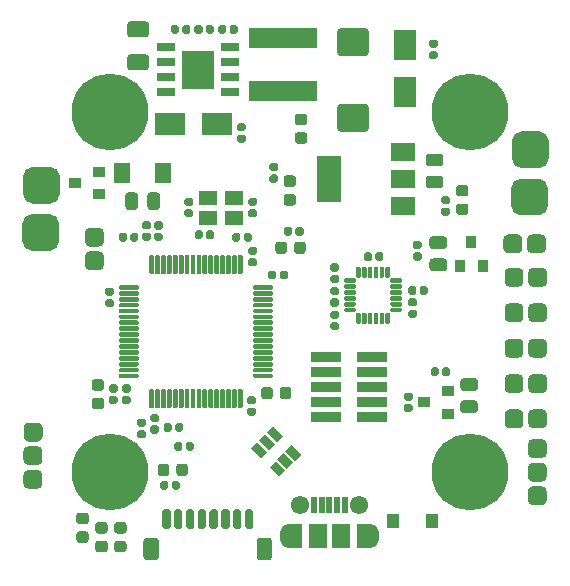
<source format=gbr>
%TF.GenerationSoftware,KiCad,Pcbnew,(5.1.6-0-10_14)*%
%TF.CreationDate,2020-11-09T20:44:41+11:00*%
%TF.ProjectId,spartan_mk1,73706172-7461-46e5-9f6d-6b312e6b6963,rev?*%
%TF.SameCoordinates,Original*%
%TF.FileFunction,Soldermask,Top*%
%TF.FilePolarity,Negative*%
%FSLAX46Y46*%
G04 Gerber Fmt 4.6, Leading zero omitted, Abs format (unit mm)*
G04 Created by KiCad (PCBNEW (5.1.6-0-10_14)) date 2020-11-09 20:44:41*
%MOMM*%
%LPD*%
G01*
G04 APERTURE LIST*
%ADD10R,1.600000X2.000000*%
%ADD11C,1.550000*%
%ADD12R,0.500000X1.450000*%
%ADD13O,1.300000X2.000000*%
%ADD14R,1.300000X2.000000*%
%ADD15C,6.500000*%
%ADD16C,0.900000*%
%ADD17R,2.500000X0.840000*%
%ADD18R,1.000000X1.300000*%
%ADD19R,1.400000X1.800000*%
%ADD20R,2.600000X1.900000*%
%ADD21R,1.900000X2.600000*%
%ADD22R,5.800000X1.800000*%
%ADD23R,0.900000X1.000000*%
%ADD24R,1.000000X0.900000*%
%ADD25C,0.100000*%
%ADD26R,2.700000X3.200000*%
%ADD27R,1.650000X0.700000*%
%ADD28R,1.500000X1.300000*%
%ADD29R,2.100000X1.600000*%
%ADD30R,2.100000X3.900000*%
G04 APERTURE END LIST*
D10*
%TO.C,J1*%
X79600000Y-95937500D03*
D11*
X76100000Y-93237500D03*
D12*
X77950000Y-93237500D03*
X77300000Y-93237500D03*
X79900000Y-93237500D03*
X79250000Y-93237500D03*
X78600000Y-93237500D03*
D11*
X81100000Y-93237500D03*
D10*
X77600000Y-95937500D03*
D13*
X75100000Y-95937500D03*
X82100000Y-95937500D03*
D14*
X81500000Y-95937500D03*
X75700000Y-95937500D03*
%TD*%
%TO.C,J15*%
G36*
G01*
X64150000Y-96320832D02*
X64150000Y-97679168D01*
G75*
G02*
X63879168Y-97950000I-270832J0D01*
G01*
X63120832Y-97950000D01*
G75*
G02*
X62850000Y-97679168I0J270832D01*
G01*
X62850000Y-96320832D01*
G75*
G02*
X63120832Y-96050000I270832J0D01*
G01*
X63879168Y-96050000D01*
G75*
G02*
X64150000Y-96320832I0J-270832D01*
G01*
G37*
G36*
G01*
X73750000Y-96320832D02*
X73750000Y-97679168D01*
G75*
G02*
X73479168Y-97950000I-270832J0D01*
G01*
X72720832Y-97950000D01*
G75*
G02*
X72450000Y-97679168I0J270832D01*
G01*
X72450000Y-96320832D01*
G75*
G02*
X72720832Y-96050000I270832J0D01*
G01*
X73479168Y-96050000D01*
G75*
G02*
X73750000Y-96320832I0J-270832D01*
G01*
G37*
G36*
G01*
X65150000Y-93825000D02*
X65150000Y-95125000D01*
G75*
G02*
X64975000Y-95300000I-175000J0D01*
G01*
X64625000Y-95300000D01*
G75*
G02*
X64450000Y-95125000I0J175000D01*
G01*
X64450000Y-93825000D01*
G75*
G02*
X64625000Y-93650000I175000J0D01*
G01*
X64975000Y-93650000D01*
G75*
G02*
X65150000Y-93825000I0J-175000D01*
G01*
G37*
G36*
G01*
X66150000Y-93825000D02*
X66150000Y-95125000D01*
G75*
G02*
X65975000Y-95300000I-175000J0D01*
G01*
X65625000Y-95300000D01*
G75*
G02*
X65450000Y-95125000I0J175000D01*
G01*
X65450000Y-93825000D01*
G75*
G02*
X65625000Y-93650000I175000J0D01*
G01*
X65975000Y-93650000D01*
G75*
G02*
X66150000Y-93825000I0J-175000D01*
G01*
G37*
G36*
G01*
X67150000Y-93825000D02*
X67150000Y-95125000D01*
G75*
G02*
X66975000Y-95300000I-175000J0D01*
G01*
X66625000Y-95300000D01*
G75*
G02*
X66450000Y-95125000I0J175000D01*
G01*
X66450000Y-93825000D01*
G75*
G02*
X66625000Y-93650000I175000J0D01*
G01*
X66975000Y-93650000D01*
G75*
G02*
X67150000Y-93825000I0J-175000D01*
G01*
G37*
G36*
G01*
X68150000Y-93825000D02*
X68150000Y-95125000D01*
G75*
G02*
X67975000Y-95300000I-175000J0D01*
G01*
X67625000Y-95300000D01*
G75*
G02*
X67450000Y-95125000I0J175000D01*
G01*
X67450000Y-93825000D01*
G75*
G02*
X67625000Y-93650000I175000J0D01*
G01*
X67975000Y-93650000D01*
G75*
G02*
X68150000Y-93825000I0J-175000D01*
G01*
G37*
G36*
G01*
X69150000Y-93825000D02*
X69150000Y-95125000D01*
G75*
G02*
X68975000Y-95300000I-175000J0D01*
G01*
X68625000Y-95300000D01*
G75*
G02*
X68450000Y-95125000I0J175000D01*
G01*
X68450000Y-93825000D01*
G75*
G02*
X68625000Y-93650000I175000J0D01*
G01*
X68975000Y-93650000D01*
G75*
G02*
X69150000Y-93825000I0J-175000D01*
G01*
G37*
G36*
G01*
X70150000Y-93825000D02*
X70150000Y-95125000D01*
G75*
G02*
X69975000Y-95300000I-175000J0D01*
G01*
X69625000Y-95300000D01*
G75*
G02*
X69450000Y-95125000I0J175000D01*
G01*
X69450000Y-93825000D01*
G75*
G02*
X69625000Y-93650000I175000J0D01*
G01*
X69975000Y-93650000D01*
G75*
G02*
X70150000Y-93825000I0J-175000D01*
G01*
G37*
G36*
G01*
X71150000Y-93825000D02*
X71150000Y-95125000D01*
G75*
G02*
X70975000Y-95300000I-175000J0D01*
G01*
X70625000Y-95300000D01*
G75*
G02*
X70450000Y-95125000I0J175000D01*
G01*
X70450000Y-93825000D01*
G75*
G02*
X70625000Y-93650000I175000J0D01*
G01*
X70975000Y-93650000D01*
G75*
G02*
X71150000Y-93825000I0J-175000D01*
G01*
G37*
G36*
G01*
X72150000Y-93825000D02*
X72150000Y-95125000D01*
G75*
G02*
X71975000Y-95300000I-175000J0D01*
G01*
X71625000Y-95300000D01*
G75*
G02*
X71450000Y-95125000I0J175000D01*
G01*
X71450000Y-93825000D01*
G75*
G02*
X71625000Y-93650000I175000J0D01*
G01*
X71975000Y-93650000D01*
G75*
G02*
X72150000Y-93825000I0J-175000D01*
G01*
G37*
%TD*%
%TO.C,C11*%
G36*
G01*
X64323500Y-70923000D02*
X63928500Y-70923000D01*
G75*
G02*
X63756000Y-70750500I0J172500D01*
G01*
X63756000Y-70405500D01*
G75*
G02*
X63928500Y-70233000I172500J0D01*
G01*
X64323500Y-70233000D01*
G75*
G02*
X64496000Y-70405500I0J-172500D01*
G01*
X64496000Y-70750500D01*
G75*
G02*
X64323500Y-70923000I-172500J0D01*
G01*
G37*
G36*
G01*
X64323500Y-69953000D02*
X63928500Y-69953000D01*
G75*
G02*
X63756000Y-69780500I0J172500D01*
G01*
X63756000Y-69435500D01*
G75*
G02*
X63928500Y-69263000I172500J0D01*
G01*
X64323500Y-69263000D01*
G75*
G02*
X64496000Y-69435500I0J-172500D01*
G01*
X64496000Y-69780500D01*
G75*
G02*
X64323500Y-69953000I-172500J0D01*
G01*
G37*
%TD*%
%TO.C,J11*%
G36*
G01*
X94063500Y-63975000D02*
X94063500Y-62425000D01*
G75*
G02*
X94838500Y-61650000I775000J0D01*
G01*
X96388500Y-61650000D01*
G75*
G02*
X97163500Y-62425000I0J-775000D01*
G01*
X97163500Y-63975000D01*
G75*
G02*
X96388500Y-64750000I-775000J0D01*
G01*
X94838500Y-64750000D01*
G75*
G02*
X94063500Y-63975000I0J775000D01*
G01*
G37*
G36*
G01*
X94000000Y-67975000D02*
X94000000Y-66425000D01*
G75*
G02*
X94775000Y-65650000I775000J0D01*
G01*
X96325000Y-65650000D01*
G75*
G02*
X97100000Y-66425000I0J-775000D01*
G01*
X97100000Y-67975000D01*
G75*
G02*
X96325000Y-68750000I-775000J0D01*
G01*
X94775000Y-68750000D01*
G75*
G02*
X94000000Y-67975000I0J775000D01*
G01*
G37*
%TD*%
D15*
%TO.C,H3*%
X90500000Y-60000000D03*
D16*
X92900000Y-60000000D03*
X92197056Y-61697056D03*
X90500000Y-62400000D03*
X88802944Y-61697056D03*
X88100000Y-60000000D03*
X88802944Y-58302944D03*
X90500000Y-57600000D03*
X92197056Y-58302944D03*
%TD*%
D17*
%TO.C,J13*%
X78350000Y-80760000D03*
X82250000Y-80760000D03*
X78350000Y-82030000D03*
X82250000Y-82030000D03*
X78350000Y-83300000D03*
X82250000Y-83300000D03*
X78350000Y-84570000D03*
X82250000Y-84570000D03*
X78350000Y-85840000D03*
X82250000Y-85840000D03*
%TD*%
%TO.C,C24*%
G36*
G01*
X79536110Y-59325000D02*
X81663890Y-59325000D01*
G75*
G02*
X81925000Y-59586110I0J-261110D01*
G01*
X81925000Y-61413890D01*
G75*
G02*
X81663890Y-61675000I-261110J0D01*
G01*
X79536110Y-61675000D01*
G75*
G02*
X79275000Y-61413890I0J261110D01*
G01*
X79275000Y-59586110D01*
G75*
G02*
X79536110Y-59325000I261110J0D01*
G01*
G37*
G36*
G01*
X79536110Y-52925000D02*
X81663890Y-52925000D01*
G75*
G02*
X81925000Y-53186110I0J-261110D01*
G01*
X81925000Y-55013890D01*
G75*
G02*
X81663890Y-55275000I-261110J0D01*
G01*
X79536110Y-55275000D01*
G75*
G02*
X79275000Y-55013890I0J261110D01*
G01*
X79275000Y-53186110D01*
G75*
G02*
X79536110Y-52925000I261110J0D01*
G01*
G37*
%TD*%
D18*
%TO.C,D3*%
X83950000Y-94600000D03*
X87250000Y-94600000D03*
%TD*%
%TO.C,C1*%
G36*
G01*
X85452500Y-76740000D02*
X85847500Y-76740000D01*
G75*
G02*
X86020000Y-76912500I0J-172500D01*
G01*
X86020000Y-77257500D01*
G75*
G02*
X85847500Y-77430000I-172500J0D01*
G01*
X85452500Y-77430000D01*
G75*
G02*
X85280000Y-77257500I0J172500D01*
G01*
X85280000Y-76912500D01*
G75*
G02*
X85452500Y-76740000I172500J0D01*
G01*
G37*
G36*
G01*
X85452500Y-75770000D02*
X85847500Y-75770000D01*
G75*
G02*
X86020000Y-75942500I0J-172500D01*
G01*
X86020000Y-76287500D01*
G75*
G02*
X85847500Y-76460000I-172500J0D01*
G01*
X85452500Y-76460000D01*
G75*
G02*
X85280000Y-76287500I0J172500D01*
G01*
X85280000Y-75942500D01*
G75*
G02*
X85452500Y-75770000I172500J0D01*
G01*
G37*
%TD*%
%TO.C,C2*%
G36*
G01*
X83180000Y-72052500D02*
X83180000Y-72447500D01*
G75*
G02*
X83007500Y-72620000I-172500J0D01*
G01*
X82662500Y-72620000D01*
G75*
G02*
X82490000Y-72447500I0J172500D01*
G01*
X82490000Y-72052500D01*
G75*
G02*
X82662500Y-71880000I172500J0D01*
G01*
X83007500Y-71880000D01*
G75*
G02*
X83180000Y-72052500I0J-172500D01*
G01*
G37*
G36*
G01*
X82210000Y-72052500D02*
X82210000Y-72447500D01*
G75*
G02*
X82037500Y-72620000I-172500J0D01*
G01*
X81692500Y-72620000D01*
G75*
G02*
X81520000Y-72447500I0J172500D01*
G01*
X81520000Y-72052500D01*
G75*
G02*
X81692500Y-71880000I172500J0D01*
G01*
X82037500Y-71880000D01*
G75*
G02*
X82210000Y-72052500I0J-172500D01*
G01*
G37*
%TD*%
%TO.C,C3*%
G36*
G01*
X86934000Y-74902500D02*
X86934000Y-75297500D01*
G75*
G02*
X86761500Y-75470000I-172500J0D01*
G01*
X86416500Y-75470000D01*
G75*
G02*
X86244000Y-75297500I0J172500D01*
G01*
X86244000Y-74902500D01*
G75*
G02*
X86416500Y-74730000I172500J0D01*
G01*
X86761500Y-74730000D01*
G75*
G02*
X86934000Y-74902500I0J-172500D01*
G01*
G37*
G36*
G01*
X85964000Y-74902500D02*
X85964000Y-75297500D01*
G75*
G02*
X85791500Y-75470000I-172500J0D01*
G01*
X85446500Y-75470000D01*
G75*
G02*
X85274000Y-75297500I0J172500D01*
G01*
X85274000Y-74902500D01*
G75*
G02*
X85446500Y-74730000I172500J0D01*
G01*
X85791500Y-74730000D01*
G75*
G02*
X85964000Y-74902500I0J-172500D01*
G01*
G37*
%TD*%
%TO.C,C4*%
G36*
G01*
X78852500Y-73790000D02*
X79247500Y-73790000D01*
G75*
G02*
X79420000Y-73962500I0J-172500D01*
G01*
X79420000Y-74307500D01*
G75*
G02*
X79247500Y-74480000I-172500J0D01*
G01*
X78852500Y-74480000D01*
G75*
G02*
X78680000Y-74307500I0J172500D01*
G01*
X78680000Y-73962500D01*
G75*
G02*
X78852500Y-73790000I172500J0D01*
G01*
G37*
G36*
G01*
X78852500Y-72820000D02*
X79247500Y-72820000D01*
G75*
G02*
X79420000Y-72992500I0J-172500D01*
G01*
X79420000Y-73337500D01*
G75*
G02*
X79247500Y-73510000I-172500J0D01*
G01*
X78852500Y-73510000D01*
G75*
G02*
X78680000Y-73337500I0J172500D01*
G01*
X78680000Y-72992500D01*
G75*
G02*
X78852500Y-72820000I172500J0D01*
G01*
G37*
%TD*%
%TO.C,C5*%
G36*
G01*
X71902500Y-68240000D02*
X72297500Y-68240000D01*
G75*
G02*
X72470000Y-68412500I0J-172500D01*
G01*
X72470000Y-68757500D01*
G75*
G02*
X72297500Y-68930000I-172500J0D01*
G01*
X71902500Y-68930000D01*
G75*
G02*
X71730000Y-68757500I0J172500D01*
G01*
X71730000Y-68412500D01*
G75*
G02*
X71902500Y-68240000I172500J0D01*
G01*
G37*
G36*
G01*
X71902500Y-67270000D02*
X72297500Y-67270000D01*
G75*
G02*
X72470000Y-67442500I0J-172500D01*
G01*
X72470000Y-67787500D01*
G75*
G02*
X72297500Y-67960000I-172500J0D01*
G01*
X71902500Y-67960000D01*
G75*
G02*
X71730000Y-67787500I0J172500D01*
G01*
X71730000Y-67442500D01*
G75*
G02*
X71902500Y-67270000I172500J0D01*
G01*
G37*
%TD*%
%TO.C,C6*%
G36*
G01*
X66897500Y-68930000D02*
X66502500Y-68930000D01*
G75*
G02*
X66330000Y-68757500I0J172500D01*
G01*
X66330000Y-68412500D01*
G75*
G02*
X66502500Y-68240000I172500J0D01*
G01*
X66897500Y-68240000D01*
G75*
G02*
X67070000Y-68412500I0J-172500D01*
G01*
X67070000Y-68757500D01*
G75*
G02*
X66897500Y-68930000I-172500J0D01*
G01*
G37*
G36*
G01*
X66897500Y-67960000D02*
X66502500Y-67960000D01*
G75*
G02*
X66330000Y-67787500I0J172500D01*
G01*
X66330000Y-67442500D01*
G75*
G02*
X66502500Y-67270000I172500J0D01*
G01*
X66897500Y-67270000D01*
G75*
G02*
X67070000Y-67442500I0J-172500D01*
G01*
X67070000Y-67787500D01*
G75*
G02*
X66897500Y-67960000I-172500J0D01*
G01*
G37*
%TD*%
%TO.C,C9*%
G36*
G01*
X60102500Y-83070000D02*
X60497500Y-83070000D01*
G75*
G02*
X60670000Y-83242500I0J-172500D01*
G01*
X60670000Y-83587500D01*
G75*
G02*
X60497500Y-83760000I-172500J0D01*
G01*
X60102500Y-83760000D01*
G75*
G02*
X59930000Y-83587500I0J172500D01*
G01*
X59930000Y-83242500D01*
G75*
G02*
X60102500Y-83070000I172500J0D01*
G01*
G37*
G36*
G01*
X60102500Y-84040000D02*
X60497500Y-84040000D01*
G75*
G02*
X60670000Y-84212500I0J-172500D01*
G01*
X60670000Y-84557500D01*
G75*
G02*
X60497500Y-84730000I-172500J0D01*
G01*
X60102500Y-84730000D01*
G75*
G02*
X59930000Y-84557500I0J172500D01*
G01*
X59930000Y-84212500D01*
G75*
G02*
X60102500Y-84040000I172500J0D01*
G01*
G37*
%TD*%
%TO.C,C10*%
G36*
G01*
X61202500Y-84040000D02*
X61597500Y-84040000D01*
G75*
G02*
X61770000Y-84212500I0J-172500D01*
G01*
X61770000Y-84557500D01*
G75*
G02*
X61597500Y-84730000I-172500J0D01*
G01*
X61202500Y-84730000D01*
G75*
G02*
X61030000Y-84557500I0J172500D01*
G01*
X61030000Y-84212500D01*
G75*
G02*
X61202500Y-84040000I172500J0D01*
G01*
G37*
G36*
G01*
X61202500Y-83070000D02*
X61597500Y-83070000D01*
G75*
G02*
X61770000Y-83242500I0J-172500D01*
G01*
X61770000Y-83587500D01*
G75*
G02*
X61597500Y-83760000I-172500J0D01*
G01*
X61202500Y-83760000D01*
G75*
G02*
X61030000Y-83587500I0J172500D01*
G01*
X61030000Y-83242500D01*
G75*
G02*
X61202500Y-83070000I172500J0D01*
G01*
G37*
%TD*%
%TO.C,C12*%
G36*
G01*
X72304553Y-73072947D02*
X71909553Y-73072947D01*
G75*
G02*
X71737053Y-72900447I0J172500D01*
G01*
X71737053Y-72555447D01*
G75*
G02*
X71909553Y-72382947I172500J0D01*
G01*
X72304553Y-72382947D01*
G75*
G02*
X72477053Y-72555447I0J-172500D01*
G01*
X72477053Y-72900447D01*
G75*
G02*
X72304553Y-73072947I-172500J0D01*
G01*
G37*
G36*
G01*
X72304553Y-72102947D02*
X71909553Y-72102947D01*
G75*
G02*
X71737053Y-71930447I0J172500D01*
G01*
X71737053Y-71585447D01*
G75*
G02*
X71909553Y-71412947I172500J0D01*
G01*
X72304553Y-71412947D01*
G75*
G02*
X72477053Y-71585447I0J-172500D01*
G01*
X72477053Y-71930447D01*
G75*
G02*
X72304553Y-72102947I-172500J0D01*
G01*
G37*
%TD*%
%TO.C,C13*%
G36*
G01*
X63307500Y-70900000D02*
X62912500Y-70900000D01*
G75*
G02*
X62740000Y-70727500I0J172500D01*
G01*
X62740000Y-70382500D01*
G75*
G02*
X62912500Y-70210000I172500J0D01*
G01*
X63307500Y-70210000D01*
G75*
G02*
X63480000Y-70382500I0J-172500D01*
G01*
X63480000Y-70727500D01*
G75*
G02*
X63307500Y-70900000I-172500J0D01*
G01*
G37*
G36*
G01*
X63307500Y-69930000D02*
X62912500Y-69930000D01*
G75*
G02*
X62740000Y-69757500I0J172500D01*
G01*
X62740000Y-69412500D01*
G75*
G02*
X62912500Y-69240000I172500J0D01*
G01*
X63307500Y-69240000D01*
G75*
G02*
X63480000Y-69412500I0J-172500D01*
G01*
X63480000Y-69757500D01*
G75*
G02*
X63307500Y-69930000I-172500J0D01*
G01*
G37*
%TD*%
%TO.C,C14*%
G36*
G01*
X71802500Y-85040000D02*
X72197500Y-85040000D01*
G75*
G02*
X72370000Y-85212500I0J-172500D01*
G01*
X72370000Y-85557500D01*
G75*
G02*
X72197500Y-85730000I-172500J0D01*
G01*
X71802500Y-85730000D01*
G75*
G02*
X71630000Y-85557500I0J172500D01*
G01*
X71630000Y-85212500D01*
G75*
G02*
X71802500Y-85040000I172500J0D01*
G01*
G37*
G36*
G01*
X71802500Y-84070000D02*
X72197500Y-84070000D01*
G75*
G02*
X72370000Y-84242500I0J-172500D01*
G01*
X72370000Y-84587500D01*
G75*
G02*
X72197500Y-84760000I-172500J0D01*
G01*
X71802500Y-84760000D01*
G75*
G02*
X71630000Y-84587500I0J172500D01*
G01*
X71630000Y-84242500D01*
G75*
G02*
X71802500Y-84070000I172500J0D01*
G01*
G37*
%TD*%
%TO.C,C15*%
G36*
G01*
X60197500Y-76530000D02*
X59802500Y-76530000D01*
G75*
G02*
X59630000Y-76357500I0J172500D01*
G01*
X59630000Y-76012500D01*
G75*
G02*
X59802500Y-75840000I172500J0D01*
G01*
X60197500Y-75840000D01*
G75*
G02*
X60370000Y-76012500I0J-172500D01*
G01*
X60370000Y-76357500D01*
G75*
G02*
X60197500Y-76530000I-172500J0D01*
G01*
G37*
G36*
G01*
X60197500Y-75560000D02*
X59802500Y-75560000D01*
G75*
G02*
X59630000Y-75387500I0J172500D01*
G01*
X59630000Y-75042500D01*
G75*
G02*
X59802500Y-74870000I172500J0D01*
G01*
X60197500Y-74870000D01*
G75*
G02*
X60370000Y-75042500I0J-172500D01*
G01*
X60370000Y-75387500D01*
G75*
G02*
X60197500Y-75560000I-172500J0D01*
G01*
G37*
%TD*%
%TO.C,C16*%
G36*
G01*
X74390000Y-73997500D02*
X74390000Y-73602500D01*
G75*
G02*
X74562500Y-73430000I172500J0D01*
G01*
X74907500Y-73430000D01*
G75*
G02*
X75080000Y-73602500I0J-172500D01*
G01*
X75080000Y-73997500D01*
G75*
G02*
X74907500Y-74170000I-172500J0D01*
G01*
X74562500Y-74170000D01*
G75*
G02*
X74390000Y-73997500I0J172500D01*
G01*
G37*
G36*
G01*
X73420000Y-73997500D02*
X73420000Y-73602500D01*
G75*
G02*
X73592500Y-73430000I172500J0D01*
G01*
X73937500Y-73430000D01*
G75*
G02*
X74110000Y-73602500I0J-172500D01*
G01*
X74110000Y-73997500D01*
G75*
G02*
X73937500Y-74170000I-172500J0D01*
G01*
X73592500Y-74170000D01*
G75*
G02*
X73420000Y-73997500I0J172500D01*
G01*
G37*
%TD*%
%TO.C,C18*%
G36*
G01*
X61181250Y-95700000D02*
X60618750Y-95700000D01*
G75*
G02*
X60375000Y-95456250I0J243750D01*
G01*
X60375000Y-94968750D01*
G75*
G02*
X60618750Y-94725000I243750J0D01*
G01*
X61181250Y-94725000D01*
G75*
G02*
X61425000Y-94968750I0J-243750D01*
G01*
X61425000Y-95456250D01*
G75*
G02*
X61181250Y-95700000I-243750J0D01*
G01*
G37*
G36*
G01*
X61181250Y-97275000D02*
X60618750Y-97275000D01*
G75*
G02*
X60375000Y-97031250I0J243750D01*
G01*
X60375000Y-96543750D01*
G75*
G02*
X60618750Y-96300000I243750J0D01*
G01*
X61181250Y-96300000D01*
G75*
G02*
X61425000Y-96543750I0J-243750D01*
G01*
X61425000Y-97031250D01*
G75*
G02*
X61181250Y-97275000I-243750J0D01*
G01*
G37*
%TD*%
%TO.C,C19*%
G36*
G01*
X87018750Y-65400000D02*
X87981250Y-65400000D01*
G75*
G02*
X88250000Y-65668750I0J-268750D01*
G01*
X88250000Y-66206250D01*
G75*
G02*
X87981250Y-66475000I-268750J0D01*
G01*
X87018750Y-66475000D01*
G75*
G02*
X86750000Y-66206250I0J268750D01*
G01*
X86750000Y-65668750D01*
G75*
G02*
X87018750Y-65400000I268750J0D01*
G01*
G37*
G36*
G01*
X87018750Y-63525000D02*
X87981250Y-63525000D01*
G75*
G02*
X88250000Y-63793750I0J-268750D01*
G01*
X88250000Y-64331250D01*
G75*
G02*
X87981250Y-64600000I-268750J0D01*
G01*
X87018750Y-64600000D01*
G75*
G02*
X86750000Y-64331250I0J268750D01*
G01*
X86750000Y-63793750D01*
G75*
G02*
X87018750Y-63525000I268750J0D01*
G01*
G37*
%TD*%
%TO.C,C20*%
G36*
G01*
X63055000Y-56475000D02*
X61745000Y-56475000D01*
G75*
G02*
X61475000Y-56205000I0J270000D01*
G01*
X61475000Y-55395000D01*
G75*
G02*
X61745000Y-55125000I270000J0D01*
G01*
X63055000Y-55125000D01*
G75*
G02*
X63325000Y-55395000I0J-270000D01*
G01*
X63325000Y-56205000D01*
G75*
G02*
X63055000Y-56475000I-270000J0D01*
G01*
G37*
G36*
G01*
X63055000Y-53675000D02*
X61745000Y-53675000D01*
G75*
G02*
X61475000Y-53405000I0J270000D01*
G01*
X61475000Y-52595000D01*
G75*
G02*
X61745000Y-52325000I270000J0D01*
G01*
X63055000Y-52325000D01*
G75*
G02*
X63325000Y-52595000I0J-270000D01*
G01*
X63325000Y-53405000D01*
G75*
G02*
X63055000Y-53675000I-270000J0D01*
G01*
G37*
%TD*%
%TO.C,C22*%
G36*
G01*
X76481250Y-62687500D02*
X75918750Y-62687500D01*
G75*
G02*
X75675000Y-62443750I0J243750D01*
G01*
X75675000Y-61956250D01*
G75*
G02*
X75918750Y-61712500I243750J0D01*
G01*
X76481250Y-61712500D01*
G75*
G02*
X76725000Y-61956250I0J-243750D01*
G01*
X76725000Y-62443750D01*
G75*
G02*
X76481250Y-62687500I-243750J0D01*
G01*
G37*
G36*
G01*
X76481250Y-61112500D02*
X75918750Y-61112500D01*
G75*
G02*
X75675000Y-60868750I0J243750D01*
G01*
X75675000Y-60381250D01*
G75*
G02*
X75918750Y-60137500I243750J0D01*
G01*
X76481250Y-60137500D01*
G75*
G02*
X76725000Y-60381250I0J-243750D01*
G01*
X76725000Y-60868750D01*
G75*
G02*
X76481250Y-61112500I-243750J0D01*
G01*
G37*
%TD*%
%TO.C,C23*%
G36*
G01*
X70946500Y-61910000D02*
X71341500Y-61910000D01*
G75*
G02*
X71514000Y-62082500I0J-172500D01*
G01*
X71514000Y-62427500D01*
G75*
G02*
X71341500Y-62600000I-172500J0D01*
G01*
X70946500Y-62600000D01*
G75*
G02*
X70774000Y-62427500I0J172500D01*
G01*
X70774000Y-62082500D01*
G75*
G02*
X70946500Y-61910000I172500J0D01*
G01*
G37*
G36*
G01*
X70946500Y-60940000D02*
X71341500Y-60940000D01*
G75*
G02*
X71514000Y-61112500I0J-172500D01*
G01*
X71514000Y-61457500D01*
G75*
G02*
X71341500Y-61630000I-172500J0D01*
G01*
X70946500Y-61630000D01*
G75*
G02*
X70774000Y-61457500I0J172500D01*
G01*
X70774000Y-61112500D01*
G75*
G02*
X70946500Y-60940000I172500J0D01*
G01*
G37*
%TD*%
%TO.C,D1*%
G36*
G01*
X90131250Y-68725000D02*
X89568750Y-68725000D01*
G75*
G02*
X89325000Y-68481250I0J243750D01*
G01*
X89325000Y-67993750D01*
G75*
G02*
X89568750Y-67750000I243750J0D01*
G01*
X90131250Y-67750000D01*
G75*
G02*
X90375000Y-67993750I0J-243750D01*
G01*
X90375000Y-68481250D01*
G75*
G02*
X90131250Y-68725000I-243750J0D01*
G01*
G37*
G36*
G01*
X90131250Y-67150000D02*
X89568750Y-67150000D01*
G75*
G02*
X89325000Y-66906250I0J243750D01*
G01*
X89325000Y-66418750D01*
G75*
G02*
X89568750Y-66175000I243750J0D01*
G01*
X90131250Y-66175000D01*
G75*
G02*
X90375000Y-66418750I0J-243750D01*
G01*
X90375000Y-66906250D01*
G75*
G02*
X90131250Y-67150000I-243750J0D01*
G01*
G37*
%TD*%
%TO.C,D2*%
G36*
G01*
X75531250Y-66350000D02*
X74968750Y-66350000D01*
G75*
G02*
X74725000Y-66106250I0J243750D01*
G01*
X74725000Y-65618750D01*
G75*
G02*
X74968750Y-65375000I243750J0D01*
G01*
X75531250Y-65375000D01*
G75*
G02*
X75775000Y-65618750I0J-243750D01*
G01*
X75775000Y-66106250D01*
G75*
G02*
X75531250Y-66350000I-243750J0D01*
G01*
G37*
G36*
G01*
X75531250Y-67925000D02*
X74968750Y-67925000D01*
G75*
G02*
X74725000Y-67681250I0J243750D01*
G01*
X74725000Y-67193750D01*
G75*
G02*
X74968750Y-66950000I243750J0D01*
G01*
X75531250Y-66950000D01*
G75*
G02*
X75775000Y-67193750I0J-243750D01*
G01*
X75775000Y-67681250D01*
G75*
G02*
X75531250Y-67925000I-243750J0D01*
G01*
G37*
%TD*%
D19*
%TO.C,D4*%
X61050000Y-65200000D03*
X64550000Y-65200000D03*
%TD*%
D20*
%TO.C,D5*%
X65080000Y-61008000D03*
X69080000Y-61008000D03*
%TD*%
D21*
%TO.C,D6*%
X85000000Y-58300000D03*
X85000000Y-54300000D03*
%TD*%
D15*
%TO.C,H1*%
X90500000Y-90500000D03*
D16*
X92900000Y-90500000D03*
X92197056Y-92197056D03*
X90500000Y-92900000D03*
X88802944Y-92197056D03*
X88100000Y-90500000D03*
X88802944Y-88802944D03*
X90500000Y-88100000D03*
X92197056Y-88802944D03*
%TD*%
%TO.C,H2*%
X61697056Y-88802944D03*
X60000000Y-88100000D03*
X58302944Y-88802944D03*
X57600000Y-90500000D03*
X58302944Y-92197056D03*
X60000000Y-92900000D03*
X61697056Y-92197056D03*
X62400000Y-90500000D03*
D15*
X60000000Y-90500000D03*
%TD*%
D16*
%TO.C,H4*%
X61697056Y-58302944D03*
X60000000Y-57600000D03*
X58302944Y-58302944D03*
X57600000Y-60000000D03*
X58302944Y-61697056D03*
X60000000Y-62400000D03*
X61697056Y-61697056D03*
X62400000Y-60000000D03*
D15*
X60000000Y-60000000D03*
%TD*%
%TO.C,L1*%
G36*
G01*
X60770000Y-70797500D02*
X60770000Y-70402500D01*
G75*
G02*
X60942500Y-70230000I172500J0D01*
G01*
X61287500Y-70230000D01*
G75*
G02*
X61460000Y-70402500I0J-172500D01*
G01*
X61460000Y-70797500D01*
G75*
G02*
X61287500Y-70970000I-172500J0D01*
G01*
X60942500Y-70970000D01*
G75*
G02*
X60770000Y-70797500I0J172500D01*
G01*
G37*
G36*
G01*
X61740000Y-70797500D02*
X61740000Y-70402500D01*
G75*
G02*
X61912500Y-70230000I172500J0D01*
G01*
X62257500Y-70230000D01*
G75*
G02*
X62430000Y-70402500I0J-172500D01*
G01*
X62430000Y-70797500D01*
G75*
G02*
X62257500Y-70970000I-172500J0D01*
G01*
X61912500Y-70970000D01*
G75*
G02*
X61740000Y-70797500I0J172500D01*
G01*
G37*
%TD*%
D22*
%TO.C,L2*%
X74700000Y-53750000D03*
X74700000Y-58250000D03*
%TD*%
D23*
%TO.C,Q1*%
X89667000Y-73000500D03*
X91567000Y-73000500D03*
X90617000Y-71000500D03*
%TD*%
D24*
%TO.C,Q2*%
X88630000Y-85532000D03*
X88630000Y-83632000D03*
X86630000Y-84582000D03*
%TD*%
%TO.C,Q3*%
X57100000Y-66000000D03*
X59100000Y-65050000D03*
X59100000Y-66950000D03*
%TD*%
%TO.C,R1*%
G36*
G01*
X78852500Y-77790000D02*
X79247500Y-77790000D01*
G75*
G02*
X79420000Y-77962500I0J-172500D01*
G01*
X79420000Y-78307500D01*
G75*
G02*
X79247500Y-78480000I-172500J0D01*
G01*
X78852500Y-78480000D01*
G75*
G02*
X78680000Y-78307500I0J172500D01*
G01*
X78680000Y-77962500D01*
G75*
G02*
X78852500Y-77790000I172500J0D01*
G01*
G37*
G36*
G01*
X78852500Y-76820000D02*
X79247500Y-76820000D01*
G75*
G02*
X79420000Y-76992500I0J-172500D01*
G01*
X79420000Y-77337500D01*
G75*
G02*
X79247500Y-77510000I-172500J0D01*
G01*
X78852500Y-77510000D01*
G75*
G02*
X78680000Y-77337500I0J172500D01*
G01*
X78680000Y-76992500D01*
G75*
G02*
X78852500Y-76820000I172500J0D01*
G01*
G37*
%TD*%
%TO.C,R2*%
G36*
G01*
X79247500Y-75510000D02*
X78852500Y-75510000D01*
G75*
G02*
X78680000Y-75337500I0J172500D01*
G01*
X78680000Y-74992500D01*
G75*
G02*
X78852500Y-74820000I172500J0D01*
G01*
X79247500Y-74820000D01*
G75*
G02*
X79420000Y-74992500I0J-172500D01*
G01*
X79420000Y-75337500D01*
G75*
G02*
X79247500Y-75510000I-172500J0D01*
G01*
G37*
G36*
G01*
X79247500Y-76480000D02*
X78852500Y-76480000D01*
G75*
G02*
X78680000Y-76307500I0J172500D01*
G01*
X78680000Y-75962500D01*
G75*
G02*
X78852500Y-75790000I172500J0D01*
G01*
X79247500Y-75790000D01*
G75*
G02*
X79420000Y-75962500I0J-172500D01*
G01*
X79420000Y-76307500D01*
G75*
G02*
X79247500Y-76480000I-172500J0D01*
G01*
G37*
%TD*%
%TO.C,R5*%
G36*
G01*
X85847500Y-70916500D02*
X86242500Y-70916500D01*
G75*
G02*
X86415000Y-71089000I0J-172500D01*
G01*
X86415000Y-71434000D01*
G75*
G02*
X86242500Y-71606500I-172500J0D01*
G01*
X85847500Y-71606500D01*
G75*
G02*
X85675000Y-71434000I0J172500D01*
G01*
X85675000Y-71089000D01*
G75*
G02*
X85847500Y-70916500I172500J0D01*
G01*
G37*
G36*
G01*
X85847500Y-71886500D02*
X86242500Y-71886500D01*
G75*
G02*
X86415000Y-72059000I0J-172500D01*
G01*
X86415000Y-72404000D01*
G75*
G02*
X86242500Y-72576500I-172500J0D01*
G01*
X85847500Y-72576500D01*
G75*
G02*
X85675000Y-72404000I0J172500D01*
G01*
X85675000Y-72059000D01*
G75*
G02*
X85847500Y-71886500I172500J0D01*
G01*
G37*
%TD*%
%TO.C,R6*%
G36*
G01*
X88304250Y-73475500D02*
X87341750Y-73475500D01*
G75*
G02*
X87073000Y-73206750I0J268750D01*
G01*
X87073000Y-72669250D01*
G75*
G02*
X87341750Y-72400500I268750J0D01*
G01*
X88304250Y-72400500D01*
G75*
G02*
X88573000Y-72669250I0J-268750D01*
G01*
X88573000Y-73206750D01*
G75*
G02*
X88304250Y-73475500I-268750J0D01*
G01*
G37*
G36*
G01*
X88304250Y-71600500D02*
X87341750Y-71600500D01*
G75*
G02*
X87073000Y-71331750I0J268750D01*
G01*
X87073000Y-70794250D01*
G75*
G02*
X87341750Y-70525500I268750J0D01*
G01*
X88304250Y-70525500D01*
G75*
G02*
X88573000Y-70794250I0J-268750D01*
G01*
X88573000Y-71331750D01*
G75*
G02*
X88304250Y-71600500I-268750J0D01*
G01*
G37*
%TD*%
%TO.C,R9*%
G36*
G01*
X87860000Y-81802500D02*
X87860000Y-82197500D01*
G75*
G02*
X87687500Y-82370000I-172500J0D01*
G01*
X87342500Y-82370000D01*
G75*
G02*
X87170000Y-82197500I0J172500D01*
G01*
X87170000Y-81802500D01*
G75*
G02*
X87342500Y-81630000I172500J0D01*
G01*
X87687500Y-81630000D01*
G75*
G02*
X87860000Y-81802500I0J-172500D01*
G01*
G37*
G36*
G01*
X88830000Y-81802500D02*
X88830000Y-82197500D01*
G75*
G02*
X88657500Y-82370000I-172500J0D01*
G01*
X88312500Y-82370000D01*
G75*
G02*
X88140000Y-82197500I0J172500D01*
G01*
X88140000Y-81802500D01*
G75*
G02*
X88312500Y-81630000I172500J0D01*
G01*
X88657500Y-81630000D01*
G75*
G02*
X88830000Y-81802500I0J-172500D01*
G01*
G37*
%TD*%
%TO.C,R10*%
G36*
G01*
X90905250Y-83610500D02*
X89942750Y-83610500D01*
G75*
G02*
X89674000Y-83341750I0J268750D01*
G01*
X89674000Y-82804250D01*
G75*
G02*
X89942750Y-82535500I268750J0D01*
G01*
X90905250Y-82535500D01*
G75*
G02*
X91174000Y-82804250I0J-268750D01*
G01*
X91174000Y-83341750D01*
G75*
G02*
X90905250Y-83610500I-268750J0D01*
G01*
G37*
G36*
G01*
X90905250Y-85485500D02*
X89942750Y-85485500D01*
G75*
G02*
X89674000Y-85216750I0J268750D01*
G01*
X89674000Y-84679250D01*
G75*
G02*
X89942750Y-84410500I268750J0D01*
G01*
X90905250Y-84410500D01*
G75*
G02*
X91174000Y-84679250I0J-268750D01*
G01*
X91174000Y-85216750D01*
G75*
G02*
X90905250Y-85485500I-268750J0D01*
G01*
G37*
%TD*%
%TO.C,R11*%
G36*
G01*
X85083000Y-83752000D02*
X85478000Y-83752000D01*
G75*
G02*
X85650500Y-83924500I0J-172500D01*
G01*
X85650500Y-84269500D01*
G75*
G02*
X85478000Y-84442000I-172500J0D01*
G01*
X85083000Y-84442000D01*
G75*
G02*
X84910500Y-84269500I0J172500D01*
G01*
X84910500Y-83924500D01*
G75*
G02*
X85083000Y-83752000I172500J0D01*
G01*
G37*
G36*
G01*
X85083000Y-84722000D02*
X85478000Y-84722000D01*
G75*
G02*
X85650500Y-84894500I0J-172500D01*
G01*
X85650500Y-85239500D01*
G75*
G02*
X85478000Y-85412000I-172500J0D01*
G01*
X85083000Y-85412000D01*
G75*
G02*
X84910500Y-85239500I0J172500D01*
G01*
X84910500Y-84894500D01*
G75*
G02*
X85083000Y-84722000I172500J0D01*
G01*
G37*
%TD*%
%TO.C,R12*%
G36*
G01*
X87597500Y-54560000D02*
X87202500Y-54560000D01*
G75*
G02*
X87030000Y-54387500I0J172500D01*
G01*
X87030000Y-54042500D01*
G75*
G02*
X87202500Y-53870000I172500J0D01*
G01*
X87597500Y-53870000D01*
G75*
G02*
X87770000Y-54042500I0J-172500D01*
G01*
X87770000Y-54387500D01*
G75*
G02*
X87597500Y-54560000I-172500J0D01*
G01*
G37*
G36*
G01*
X87597500Y-55530000D02*
X87202500Y-55530000D01*
G75*
G02*
X87030000Y-55357500I0J172500D01*
G01*
X87030000Y-55012500D01*
G75*
G02*
X87202500Y-54840000I172500J0D01*
G01*
X87597500Y-54840000D01*
G75*
G02*
X87770000Y-55012500I0J-172500D01*
G01*
X87770000Y-55357500D01*
G75*
G02*
X87597500Y-55530000I-172500J0D01*
G01*
G37*
%TD*%
%TO.C,R14*%
G36*
G01*
X65470000Y-88497500D02*
X65470000Y-88102500D01*
G75*
G02*
X65642500Y-87930000I172500J0D01*
G01*
X65987500Y-87930000D01*
G75*
G02*
X66160000Y-88102500I0J-172500D01*
G01*
X66160000Y-88497500D01*
G75*
G02*
X65987500Y-88670000I-172500J0D01*
G01*
X65642500Y-88670000D01*
G75*
G02*
X65470000Y-88497500I0J172500D01*
G01*
G37*
G36*
G01*
X66440000Y-88497500D02*
X66440000Y-88102500D01*
G75*
G02*
X66612500Y-87930000I172500J0D01*
G01*
X66957500Y-87930000D01*
G75*
G02*
X67130000Y-88102500I0J-172500D01*
G01*
X67130000Y-88497500D01*
G75*
G02*
X66957500Y-88670000I-172500J0D01*
G01*
X66612500Y-88670000D01*
G75*
G02*
X66440000Y-88497500I0J172500D01*
G01*
G37*
%TD*%
%TO.C,R18*%
G36*
G01*
X62502500Y-86940000D02*
X62897500Y-86940000D01*
G75*
G02*
X63070000Y-87112500I0J-172500D01*
G01*
X63070000Y-87457500D01*
G75*
G02*
X62897500Y-87630000I-172500J0D01*
G01*
X62502500Y-87630000D01*
G75*
G02*
X62330000Y-87457500I0J172500D01*
G01*
X62330000Y-87112500D01*
G75*
G02*
X62502500Y-86940000I172500J0D01*
G01*
G37*
G36*
G01*
X62502500Y-85970000D02*
X62897500Y-85970000D01*
G75*
G02*
X63070000Y-86142500I0J-172500D01*
G01*
X63070000Y-86487500D01*
G75*
G02*
X62897500Y-86660000I-172500J0D01*
G01*
X62502500Y-86660000D01*
G75*
G02*
X62330000Y-86487500I0J172500D01*
G01*
X62330000Y-86142500D01*
G75*
G02*
X62502500Y-85970000I172500J0D01*
G01*
G37*
%TD*%
%TO.C,R20*%
G36*
G01*
X63602500Y-85570000D02*
X63997500Y-85570000D01*
G75*
G02*
X64170000Y-85742500I0J-172500D01*
G01*
X64170000Y-86087500D01*
G75*
G02*
X63997500Y-86260000I-172500J0D01*
G01*
X63602500Y-86260000D01*
G75*
G02*
X63430000Y-86087500I0J172500D01*
G01*
X63430000Y-85742500D01*
G75*
G02*
X63602500Y-85570000I172500J0D01*
G01*
G37*
G36*
G01*
X63602500Y-86540000D02*
X63997500Y-86540000D01*
G75*
G02*
X64170000Y-86712500I0J-172500D01*
G01*
X64170000Y-87057500D01*
G75*
G02*
X63997500Y-87230000I-172500J0D01*
G01*
X63602500Y-87230000D01*
G75*
G02*
X63430000Y-87057500I0J172500D01*
G01*
X63430000Y-86712500D01*
G75*
G02*
X63602500Y-86540000I172500J0D01*
G01*
G37*
%TD*%
%TO.C,R21*%
G36*
G01*
X65540000Y-86897500D02*
X65540000Y-86502500D01*
G75*
G02*
X65712500Y-86330000I172500J0D01*
G01*
X66057500Y-86330000D01*
G75*
G02*
X66230000Y-86502500I0J-172500D01*
G01*
X66230000Y-86897500D01*
G75*
G02*
X66057500Y-87070000I-172500J0D01*
G01*
X65712500Y-87070000D01*
G75*
G02*
X65540000Y-86897500I0J172500D01*
G01*
G37*
G36*
G01*
X64570000Y-86897500D02*
X64570000Y-86502500D01*
G75*
G02*
X64742500Y-86330000I172500J0D01*
G01*
X65087500Y-86330000D01*
G75*
G02*
X65260000Y-86502500I0J-172500D01*
G01*
X65260000Y-86897500D01*
G75*
G02*
X65087500Y-87070000I-172500J0D01*
G01*
X64742500Y-87070000D01*
G75*
G02*
X64570000Y-86897500I0J172500D01*
G01*
G37*
%TD*%
%TO.C,R22*%
G36*
G01*
X59018750Y-94725000D02*
X59581250Y-94725000D01*
G75*
G02*
X59825000Y-94968750I0J-243750D01*
G01*
X59825000Y-95456250D01*
G75*
G02*
X59581250Y-95700000I-243750J0D01*
G01*
X59018750Y-95700000D01*
G75*
G02*
X58775000Y-95456250I0J243750D01*
G01*
X58775000Y-94968750D01*
G75*
G02*
X59018750Y-94725000I243750J0D01*
G01*
G37*
G36*
G01*
X59018750Y-96300000D02*
X59581250Y-96300000D01*
G75*
G02*
X59825000Y-96543750I0J-243750D01*
G01*
X59825000Y-97031250D01*
G75*
G02*
X59581250Y-97275000I-243750J0D01*
G01*
X59018750Y-97275000D01*
G75*
G02*
X58775000Y-97031250I0J243750D01*
G01*
X58775000Y-96543750D01*
G75*
G02*
X59018750Y-96300000I243750J0D01*
G01*
G37*
%TD*%
%TO.C,R23*%
G36*
G01*
X57981250Y-94900000D02*
X57418750Y-94900000D01*
G75*
G02*
X57175000Y-94656250I0J243750D01*
G01*
X57175000Y-94168750D01*
G75*
G02*
X57418750Y-93925000I243750J0D01*
G01*
X57981250Y-93925000D01*
G75*
G02*
X58225000Y-94168750I0J-243750D01*
G01*
X58225000Y-94656250D01*
G75*
G02*
X57981250Y-94900000I-243750J0D01*
G01*
G37*
G36*
G01*
X57981250Y-96475000D02*
X57418750Y-96475000D01*
G75*
G02*
X57175000Y-96231250I0J243750D01*
G01*
X57175000Y-95743750D01*
G75*
G02*
X57418750Y-95500000I243750J0D01*
G01*
X57981250Y-95500000D01*
G75*
G02*
X58225000Y-95743750I0J-243750D01*
G01*
X58225000Y-96231250D01*
G75*
G02*
X57981250Y-96475000I-243750J0D01*
G01*
G37*
%TD*%
%TO.C,R24*%
G36*
G01*
X88647500Y-67810000D02*
X88252500Y-67810000D01*
G75*
G02*
X88080000Y-67637500I0J172500D01*
G01*
X88080000Y-67292500D01*
G75*
G02*
X88252500Y-67120000I172500J0D01*
G01*
X88647500Y-67120000D01*
G75*
G02*
X88820000Y-67292500I0J-172500D01*
G01*
X88820000Y-67637500D01*
G75*
G02*
X88647500Y-67810000I-172500J0D01*
G01*
G37*
G36*
G01*
X88647500Y-68780000D02*
X88252500Y-68780000D01*
G75*
G02*
X88080000Y-68607500I0J172500D01*
G01*
X88080000Y-68262500D01*
G75*
G02*
X88252500Y-68090000I172500J0D01*
G01*
X88647500Y-68090000D01*
G75*
G02*
X88820000Y-68262500I0J-172500D01*
G01*
X88820000Y-68607500D01*
G75*
G02*
X88647500Y-68780000I-172500J0D01*
G01*
G37*
%TD*%
%TO.C,R25*%
G36*
G01*
X74097500Y-65980000D02*
X73702500Y-65980000D01*
G75*
G02*
X73530000Y-65807500I0J172500D01*
G01*
X73530000Y-65462500D01*
G75*
G02*
X73702500Y-65290000I172500J0D01*
G01*
X74097500Y-65290000D01*
G75*
G02*
X74270000Y-65462500I0J-172500D01*
G01*
X74270000Y-65807500D01*
G75*
G02*
X74097500Y-65980000I-172500J0D01*
G01*
G37*
G36*
G01*
X74097500Y-65010000D02*
X73702500Y-65010000D01*
G75*
G02*
X73530000Y-64837500I0J172500D01*
G01*
X73530000Y-64492500D01*
G75*
G02*
X73702500Y-64320000I172500J0D01*
G01*
X74097500Y-64320000D01*
G75*
G02*
X74270000Y-64492500I0J-172500D01*
G01*
X74270000Y-64837500D01*
G75*
G02*
X74097500Y-65010000I-172500J0D01*
G01*
G37*
%TD*%
%TO.C,R26*%
G36*
G01*
X61325000Y-68031250D02*
X61325000Y-67068750D01*
G75*
G02*
X61593750Y-66800000I268750J0D01*
G01*
X62131250Y-66800000D01*
G75*
G02*
X62400000Y-67068750I0J-268750D01*
G01*
X62400000Y-68031250D01*
G75*
G02*
X62131250Y-68300000I-268750J0D01*
G01*
X61593750Y-68300000D01*
G75*
G02*
X61325000Y-68031250I0J268750D01*
G01*
G37*
G36*
G01*
X63200000Y-68031250D02*
X63200000Y-67068750D01*
G75*
G02*
X63468750Y-66800000I268750J0D01*
G01*
X64006250Y-66800000D01*
G75*
G02*
X64275000Y-67068750I0J-268750D01*
G01*
X64275000Y-68031250D01*
G75*
G02*
X64006250Y-68300000I-268750J0D01*
G01*
X63468750Y-68300000D01*
G75*
G02*
X63200000Y-68031250I0J268750D01*
G01*
G37*
%TD*%
%TO.C,R27*%
G36*
G01*
X70845000Y-52802500D02*
X70845000Y-53197500D01*
G75*
G02*
X70672500Y-53370000I-172500J0D01*
G01*
X70327500Y-53370000D01*
G75*
G02*
X70155000Y-53197500I0J172500D01*
G01*
X70155000Y-52802500D01*
G75*
G02*
X70327500Y-52630000I172500J0D01*
G01*
X70672500Y-52630000D01*
G75*
G02*
X70845000Y-52802500I0J-172500D01*
G01*
G37*
G36*
G01*
X69875000Y-52802500D02*
X69875000Y-53197500D01*
G75*
G02*
X69702500Y-53370000I-172500J0D01*
G01*
X69357500Y-53370000D01*
G75*
G02*
X69185000Y-53197500I0J172500D01*
G01*
X69185000Y-52802500D01*
G75*
G02*
X69357500Y-52630000I172500J0D01*
G01*
X69702500Y-52630000D01*
G75*
G02*
X69875000Y-52802500I0J-172500D01*
G01*
G37*
%TD*%
%TO.C,R28*%
G36*
G01*
X67860000Y-52802500D02*
X67860000Y-53197500D01*
G75*
G02*
X67687500Y-53370000I-172500J0D01*
G01*
X67342500Y-53370000D01*
G75*
G02*
X67170000Y-53197500I0J172500D01*
G01*
X67170000Y-52802500D01*
G75*
G02*
X67342500Y-52630000I172500J0D01*
G01*
X67687500Y-52630000D01*
G75*
G02*
X67860000Y-52802500I0J-172500D01*
G01*
G37*
G36*
G01*
X68830000Y-52802500D02*
X68830000Y-53197500D01*
G75*
G02*
X68657500Y-53370000I-172500J0D01*
G01*
X68312500Y-53370000D01*
G75*
G02*
X68140000Y-53197500I0J172500D01*
G01*
X68140000Y-52802500D01*
G75*
G02*
X68312500Y-52630000I172500J0D01*
G01*
X68657500Y-52630000D01*
G75*
G02*
X68830000Y-52802500I0J-172500D01*
G01*
G37*
%TD*%
%TO.C,R29*%
G36*
G01*
X66830000Y-52802500D02*
X66830000Y-53197500D01*
G75*
G02*
X66657500Y-53370000I-172500J0D01*
G01*
X66312500Y-53370000D01*
G75*
G02*
X66140000Y-53197500I0J172500D01*
G01*
X66140000Y-52802500D01*
G75*
G02*
X66312500Y-52630000I172500J0D01*
G01*
X66657500Y-52630000D01*
G75*
G02*
X66830000Y-52802500I0J-172500D01*
G01*
G37*
G36*
G01*
X65860000Y-52802500D02*
X65860000Y-53197500D01*
G75*
G02*
X65687500Y-53370000I-172500J0D01*
G01*
X65342500Y-53370000D01*
G75*
G02*
X65170000Y-53197500I0J172500D01*
G01*
X65170000Y-52802500D01*
G75*
G02*
X65342500Y-52630000I172500J0D01*
G01*
X65687500Y-52630000D01*
G75*
G02*
X65860000Y-52802500I0J-172500D01*
G01*
G37*
%TD*%
%TO.C,U1*%
G36*
G01*
X81144000Y-77947000D02*
X80944000Y-77947000D01*
G75*
G02*
X80844000Y-77847000I0J100000D01*
G01*
X80844000Y-77097000D01*
G75*
G02*
X80944000Y-76997000I100000J0D01*
G01*
X81144000Y-76997000D01*
G75*
G02*
X81244000Y-77097000I0J-100000D01*
G01*
X81244000Y-77847000D01*
G75*
G02*
X81144000Y-77947000I-100000J0D01*
G01*
G37*
G36*
G01*
X81644000Y-77947000D02*
X81444000Y-77947000D01*
G75*
G02*
X81344000Y-77847000I0J100000D01*
G01*
X81344000Y-77097000D01*
G75*
G02*
X81444000Y-76997000I100000J0D01*
G01*
X81644000Y-76997000D01*
G75*
G02*
X81744000Y-77097000I0J-100000D01*
G01*
X81744000Y-77847000D01*
G75*
G02*
X81644000Y-77947000I-100000J0D01*
G01*
G37*
G36*
G01*
X82144000Y-77947000D02*
X81944000Y-77947000D01*
G75*
G02*
X81844000Y-77847000I0J100000D01*
G01*
X81844000Y-77097000D01*
G75*
G02*
X81944000Y-76997000I100000J0D01*
G01*
X82144000Y-76997000D01*
G75*
G02*
X82244000Y-77097000I0J-100000D01*
G01*
X82244000Y-77847000D01*
G75*
G02*
X82144000Y-77947000I-100000J0D01*
G01*
G37*
G36*
G01*
X82644000Y-77947000D02*
X82444000Y-77947000D01*
G75*
G02*
X82344000Y-77847000I0J100000D01*
G01*
X82344000Y-77097000D01*
G75*
G02*
X82444000Y-76997000I100000J0D01*
G01*
X82644000Y-76997000D01*
G75*
G02*
X82744000Y-77097000I0J-100000D01*
G01*
X82744000Y-77847000D01*
G75*
G02*
X82644000Y-77947000I-100000J0D01*
G01*
G37*
G36*
G01*
X83144000Y-77947000D02*
X82944000Y-77947000D01*
G75*
G02*
X82844000Y-77847000I0J100000D01*
G01*
X82844000Y-77097000D01*
G75*
G02*
X82944000Y-76997000I100000J0D01*
G01*
X83144000Y-76997000D01*
G75*
G02*
X83244000Y-77097000I0J-100000D01*
G01*
X83244000Y-77847000D01*
G75*
G02*
X83144000Y-77947000I-100000J0D01*
G01*
G37*
G36*
G01*
X83644000Y-77947000D02*
X83444000Y-77947000D01*
G75*
G02*
X83344000Y-77847000I0J100000D01*
G01*
X83344000Y-77097000D01*
G75*
G02*
X83444000Y-76997000I100000J0D01*
G01*
X83644000Y-76997000D01*
G75*
G02*
X83744000Y-77097000I0J-100000D01*
G01*
X83744000Y-77847000D01*
G75*
G02*
X83644000Y-77947000I-100000J0D01*
G01*
G37*
G36*
G01*
X84719000Y-76672000D02*
X84719000Y-76872000D01*
G75*
G02*
X84619000Y-76972000I-100000J0D01*
G01*
X83869000Y-76972000D01*
G75*
G02*
X83769000Y-76872000I0J100000D01*
G01*
X83769000Y-76672000D01*
G75*
G02*
X83869000Y-76572000I100000J0D01*
G01*
X84619000Y-76572000D01*
G75*
G02*
X84719000Y-76672000I0J-100000D01*
G01*
G37*
G36*
G01*
X84719000Y-76172000D02*
X84719000Y-76372000D01*
G75*
G02*
X84619000Y-76472000I-100000J0D01*
G01*
X83869000Y-76472000D01*
G75*
G02*
X83769000Y-76372000I0J100000D01*
G01*
X83769000Y-76172000D01*
G75*
G02*
X83869000Y-76072000I100000J0D01*
G01*
X84619000Y-76072000D01*
G75*
G02*
X84719000Y-76172000I0J-100000D01*
G01*
G37*
G36*
G01*
X84719000Y-75672000D02*
X84719000Y-75872000D01*
G75*
G02*
X84619000Y-75972000I-100000J0D01*
G01*
X83869000Y-75972000D01*
G75*
G02*
X83769000Y-75872000I0J100000D01*
G01*
X83769000Y-75672000D01*
G75*
G02*
X83869000Y-75572000I100000J0D01*
G01*
X84619000Y-75572000D01*
G75*
G02*
X84719000Y-75672000I0J-100000D01*
G01*
G37*
G36*
G01*
X84719000Y-75172000D02*
X84719000Y-75372000D01*
G75*
G02*
X84619000Y-75472000I-100000J0D01*
G01*
X83869000Y-75472000D01*
G75*
G02*
X83769000Y-75372000I0J100000D01*
G01*
X83769000Y-75172000D01*
G75*
G02*
X83869000Y-75072000I100000J0D01*
G01*
X84619000Y-75072000D01*
G75*
G02*
X84719000Y-75172000I0J-100000D01*
G01*
G37*
G36*
G01*
X84719000Y-74672000D02*
X84719000Y-74872000D01*
G75*
G02*
X84619000Y-74972000I-100000J0D01*
G01*
X83869000Y-74972000D01*
G75*
G02*
X83769000Y-74872000I0J100000D01*
G01*
X83769000Y-74672000D01*
G75*
G02*
X83869000Y-74572000I100000J0D01*
G01*
X84619000Y-74572000D01*
G75*
G02*
X84719000Y-74672000I0J-100000D01*
G01*
G37*
G36*
G01*
X84719000Y-74172000D02*
X84719000Y-74372000D01*
G75*
G02*
X84619000Y-74472000I-100000J0D01*
G01*
X83869000Y-74472000D01*
G75*
G02*
X83769000Y-74372000I0J100000D01*
G01*
X83769000Y-74172000D01*
G75*
G02*
X83869000Y-74072000I100000J0D01*
G01*
X84619000Y-74072000D01*
G75*
G02*
X84719000Y-74172000I0J-100000D01*
G01*
G37*
G36*
G01*
X83644000Y-74047000D02*
X83444000Y-74047000D01*
G75*
G02*
X83344000Y-73947000I0J100000D01*
G01*
X83344000Y-73197000D01*
G75*
G02*
X83444000Y-73097000I100000J0D01*
G01*
X83644000Y-73097000D01*
G75*
G02*
X83744000Y-73197000I0J-100000D01*
G01*
X83744000Y-73947000D01*
G75*
G02*
X83644000Y-74047000I-100000J0D01*
G01*
G37*
G36*
G01*
X83144000Y-74047000D02*
X82944000Y-74047000D01*
G75*
G02*
X82844000Y-73947000I0J100000D01*
G01*
X82844000Y-73197000D01*
G75*
G02*
X82944000Y-73097000I100000J0D01*
G01*
X83144000Y-73097000D01*
G75*
G02*
X83244000Y-73197000I0J-100000D01*
G01*
X83244000Y-73947000D01*
G75*
G02*
X83144000Y-74047000I-100000J0D01*
G01*
G37*
G36*
G01*
X82644000Y-74047000D02*
X82444000Y-74047000D01*
G75*
G02*
X82344000Y-73947000I0J100000D01*
G01*
X82344000Y-73197000D01*
G75*
G02*
X82444000Y-73097000I100000J0D01*
G01*
X82644000Y-73097000D01*
G75*
G02*
X82744000Y-73197000I0J-100000D01*
G01*
X82744000Y-73947000D01*
G75*
G02*
X82644000Y-74047000I-100000J0D01*
G01*
G37*
G36*
G01*
X82144000Y-74047000D02*
X81944000Y-74047000D01*
G75*
G02*
X81844000Y-73947000I0J100000D01*
G01*
X81844000Y-73197000D01*
G75*
G02*
X81944000Y-73097000I100000J0D01*
G01*
X82144000Y-73097000D01*
G75*
G02*
X82244000Y-73197000I0J-100000D01*
G01*
X82244000Y-73947000D01*
G75*
G02*
X82144000Y-74047000I-100000J0D01*
G01*
G37*
G36*
G01*
X81644000Y-74047000D02*
X81444000Y-74047000D01*
G75*
G02*
X81344000Y-73947000I0J100000D01*
G01*
X81344000Y-73197000D01*
G75*
G02*
X81444000Y-73097000I100000J0D01*
G01*
X81644000Y-73097000D01*
G75*
G02*
X81744000Y-73197000I0J-100000D01*
G01*
X81744000Y-73947000D01*
G75*
G02*
X81644000Y-74047000I-100000J0D01*
G01*
G37*
G36*
G01*
X81144000Y-74047000D02*
X80944000Y-74047000D01*
G75*
G02*
X80844000Y-73947000I0J100000D01*
G01*
X80844000Y-73197000D01*
G75*
G02*
X80944000Y-73097000I100000J0D01*
G01*
X81144000Y-73097000D01*
G75*
G02*
X81244000Y-73197000I0J-100000D01*
G01*
X81244000Y-73947000D01*
G75*
G02*
X81144000Y-74047000I-100000J0D01*
G01*
G37*
G36*
G01*
X80819000Y-74172000D02*
X80819000Y-74372000D01*
G75*
G02*
X80719000Y-74472000I-100000J0D01*
G01*
X79969000Y-74472000D01*
G75*
G02*
X79869000Y-74372000I0J100000D01*
G01*
X79869000Y-74172000D01*
G75*
G02*
X79969000Y-74072000I100000J0D01*
G01*
X80719000Y-74072000D01*
G75*
G02*
X80819000Y-74172000I0J-100000D01*
G01*
G37*
G36*
G01*
X80819000Y-74672000D02*
X80819000Y-74872000D01*
G75*
G02*
X80719000Y-74972000I-100000J0D01*
G01*
X79969000Y-74972000D01*
G75*
G02*
X79869000Y-74872000I0J100000D01*
G01*
X79869000Y-74672000D01*
G75*
G02*
X79969000Y-74572000I100000J0D01*
G01*
X80719000Y-74572000D01*
G75*
G02*
X80819000Y-74672000I0J-100000D01*
G01*
G37*
G36*
G01*
X80819000Y-75172000D02*
X80819000Y-75372000D01*
G75*
G02*
X80719000Y-75472000I-100000J0D01*
G01*
X79969000Y-75472000D01*
G75*
G02*
X79869000Y-75372000I0J100000D01*
G01*
X79869000Y-75172000D01*
G75*
G02*
X79969000Y-75072000I100000J0D01*
G01*
X80719000Y-75072000D01*
G75*
G02*
X80819000Y-75172000I0J-100000D01*
G01*
G37*
G36*
G01*
X80819000Y-75672000D02*
X80819000Y-75872000D01*
G75*
G02*
X80719000Y-75972000I-100000J0D01*
G01*
X79969000Y-75972000D01*
G75*
G02*
X79869000Y-75872000I0J100000D01*
G01*
X79869000Y-75672000D01*
G75*
G02*
X79969000Y-75572000I100000J0D01*
G01*
X80719000Y-75572000D01*
G75*
G02*
X80819000Y-75672000I0J-100000D01*
G01*
G37*
G36*
G01*
X80819000Y-76172000D02*
X80819000Y-76372000D01*
G75*
G02*
X80719000Y-76472000I-100000J0D01*
G01*
X79969000Y-76472000D01*
G75*
G02*
X79869000Y-76372000I0J100000D01*
G01*
X79869000Y-76172000D01*
G75*
G02*
X79969000Y-76072000I100000J0D01*
G01*
X80719000Y-76072000D01*
G75*
G02*
X80819000Y-76172000I0J-100000D01*
G01*
G37*
G36*
G01*
X80819000Y-76672000D02*
X80819000Y-76872000D01*
G75*
G02*
X80719000Y-76972000I-100000J0D01*
G01*
X79969000Y-76972000D01*
G75*
G02*
X79869000Y-76872000I0J100000D01*
G01*
X79869000Y-76672000D01*
G75*
G02*
X79969000Y-76572000I100000J0D01*
G01*
X80719000Y-76572000D01*
G75*
G02*
X80819000Y-76672000I0J-100000D01*
G01*
G37*
%TD*%
D25*
%TO.C,U3*%
G36*
X74881353Y-90344526D02*
G01*
X74351023Y-90874856D01*
X73530779Y-90054612D01*
X74061109Y-89524282D01*
X74881353Y-90344526D01*
G37*
G36*
X75553104Y-89672774D02*
G01*
X75022774Y-90203104D01*
X74202530Y-89382860D01*
X74732860Y-88852530D01*
X75553104Y-89672774D01*
G37*
G36*
X76224856Y-89001023D02*
G01*
X75694526Y-89531353D01*
X74874282Y-88711109D01*
X75404612Y-88180779D01*
X76224856Y-89001023D01*
G37*
G36*
X74669221Y-87445388D02*
G01*
X74138891Y-87975718D01*
X73318647Y-87155474D01*
X73848977Y-86625144D01*
X74669221Y-87445388D01*
G37*
G36*
X73325718Y-88788891D02*
G01*
X72795388Y-89319221D01*
X71975144Y-88498977D01*
X72505474Y-87968647D01*
X73325718Y-88788891D01*
G37*
G36*
X73997470Y-88117140D02*
G01*
X73467140Y-88647470D01*
X72646896Y-87827226D01*
X73177226Y-87296896D01*
X73997470Y-88117140D01*
G37*
%TD*%
%TO.C,U4*%
G36*
G01*
X70950000Y-72100000D02*
X71150000Y-72100000D01*
G75*
G02*
X71250000Y-72200000I0J-100000D01*
G01*
X71250000Y-73650000D01*
G75*
G02*
X71150000Y-73750000I-100000J0D01*
G01*
X70950000Y-73750000D01*
G75*
G02*
X70850000Y-73650000I0J100000D01*
G01*
X70850000Y-72200000D01*
G75*
G02*
X70950000Y-72100000I100000J0D01*
G01*
G37*
G36*
G01*
X70450000Y-72100000D02*
X70650000Y-72100000D01*
G75*
G02*
X70750000Y-72200000I0J-100000D01*
G01*
X70750000Y-73650000D01*
G75*
G02*
X70650000Y-73750000I-100000J0D01*
G01*
X70450000Y-73750000D01*
G75*
G02*
X70350000Y-73650000I0J100000D01*
G01*
X70350000Y-72200000D01*
G75*
G02*
X70450000Y-72100000I100000J0D01*
G01*
G37*
G36*
G01*
X69950000Y-72100000D02*
X70150000Y-72100000D01*
G75*
G02*
X70250000Y-72200000I0J-100000D01*
G01*
X70250000Y-73650000D01*
G75*
G02*
X70150000Y-73750000I-100000J0D01*
G01*
X69950000Y-73750000D01*
G75*
G02*
X69850000Y-73650000I0J100000D01*
G01*
X69850000Y-72200000D01*
G75*
G02*
X69950000Y-72100000I100000J0D01*
G01*
G37*
G36*
G01*
X69450000Y-72100000D02*
X69650000Y-72100000D01*
G75*
G02*
X69750000Y-72200000I0J-100000D01*
G01*
X69750000Y-73650000D01*
G75*
G02*
X69650000Y-73750000I-100000J0D01*
G01*
X69450000Y-73750000D01*
G75*
G02*
X69350000Y-73650000I0J100000D01*
G01*
X69350000Y-72200000D01*
G75*
G02*
X69450000Y-72100000I100000J0D01*
G01*
G37*
G36*
G01*
X68950000Y-72100000D02*
X69150000Y-72100000D01*
G75*
G02*
X69250000Y-72200000I0J-100000D01*
G01*
X69250000Y-73650000D01*
G75*
G02*
X69150000Y-73750000I-100000J0D01*
G01*
X68950000Y-73750000D01*
G75*
G02*
X68850000Y-73650000I0J100000D01*
G01*
X68850000Y-72200000D01*
G75*
G02*
X68950000Y-72100000I100000J0D01*
G01*
G37*
G36*
G01*
X68450000Y-72100000D02*
X68650000Y-72100000D01*
G75*
G02*
X68750000Y-72200000I0J-100000D01*
G01*
X68750000Y-73650000D01*
G75*
G02*
X68650000Y-73750000I-100000J0D01*
G01*
X68450000Y-73750000D01*
G75*
G02*
X68350000Y-73650000I0J100000D01*
G01*
X68350000Y-72200000D01*
G75*
G02*
X68450000Y-72100000I100000J0D01*
G01*
G37*
G36*
G01*
X67950000Y-72100000D02*
X68150000Y-72100000D01*
G75*
G02*
X68250000Y-72200000I0J-100000D01*
G01*
X68250000Y-73650000D01*
G75*
G02*
X68150000Y-73750000I-100000J0D01*
G01*
X67950000Y-73750000D01*
G75*
G02*
X67850000Y-73650000I0J100000D01*
G01*
X67850000Y-72200000D01*
G75*
G02*
X67950000Y-72100000I100000J0D01*
G01*
G37*
G36*
G01*
X67450000Y-72100000D02*
X67650000Y-72100000D01*
G75*
G02*
X67750000Y-72200000I0J-100000D01*
G01*
X67750000Y-73650000D01*
G75*
G02*
X67650000Y-73750000I-100000J0D01*
G01*
X67450000Y-73750000D01*
G75*
G02*
X67350000Y-73650000I0J100000D01*
G01*
X67350000Y-72200000D01*
G75*
G02*
X67450000Y-72100000I100000J0D01*
G01*
G37*
G36*
G01*
X66950000Y-72100000D02*
X67150000Y-72100000D01*
G75*
G02*
X67250000Y-72200000I0J-100000D01*
G01*
X67250000Y-73650000D01*
G75*
G02*
X67150000Y-73750000I-100000J0D01*
G01*
X66950000Y-73750000D01*
G75*
G02*
X66850000Y-73650000I0J100000D01*
G01*
X66850000Y-72200000D01*
G75*
G02*
X66950000Y-72100000I100000J0D01*
G01*
G37*
G36*
G01*
X66450000Y-72100000D02*
X66650000Y-72100000D01*
G75*
G02*
X66750000Y-72200000I0J-100000D01*
G01*
X66750000Y-73650000D01*
G75*
G02*
X66650000Y-73750000I-100000J0D01*
G01*
X66450000Y-73750000D01*
G75*
G02*
X66350000Y-73650000I0J100000D01*
G01*
X66350000Y-72200000D01*
G75*
G02*
X66450000Y-72100000I100000J0D01*
G01*
G37*
G36*
G01*
X65950000Y-72100000D02*
X66150000Y-72100000D01*
G75*
G02*
X66250000Y-72200000I0J-100000D01*
G01*
X66250000Y-73650000D01*
G75*
G02*
X66150000Y-73750000I-100000J0D01*
G01*
X65950000Y-73750000D01*
G75*
G02*
X65850000Y-73650000I0J100000D01*
G01*
X65850000Y-72200000D01*
G75*
G02*
X65950000Y-72100000I100000J0D01*
G01*
G37*
G36*
G01*
X65450000Y-72100000D02*
X65650000Y-72100000D01*
G75*
G02*
X65750000Y-72200000I0J-100000D01*
G01*
X65750000Y-73650000D01*
G75*
G02*
X65650000Y-73750000I-100000J0D01*
G01*
X65450000Y-73750000D01*
G75*
G02*
X65350000Y-73650000I0J100000D01*
G01*
X65350000Y-72200000D01*
G75*
G02*
X65450000Y-72100000I100000J0D01*
G01*
G37*
G36*
G01*
X64950000Y-72100000D02*
X65150000Y-72100000D01*
G75*
G02*
X65250000Y-72200000I0J-100000D01*
G01*
X65250000Y-73650000D01*
G75*
G02*
X65150000Y-73750000I-100000J0D01*
G01*
X64950000Y-73750000D01*
G75*
G02*
X64850000Y-73650000I0J100000D01*
G01*
X64850000Y-72200000D01*
G75*
G02*
X64950000Y-72100000I100000J0D01*
G01*
G37*
G36*
G01*
X64450000Y-72100000D02*
X64650000Y-72100000D01*
G75*
G02*
X64750000Y-72200000I0J-100000D01*
G01*
X64750000Y-73650000D01*
G75*
G02*
X64650000Y-73750000I-100000J0D01*
G01*
X64450000Y-73750000D01*
G75*
G02*
X64350000Y-73650000I0J100000D01*
G01*
X64350000Y-72200000D01*
G75*
G02*
X64450000Y-72100000I100000J0D01*
G01*
G37*
G36*
G01*
X63950000Y-72100000D02*
X64150000Y-72100000D01*
G75*
G02*
X64250000Y-72200000I0J-100000D01*
G01*
X64250000Y-73650000D01*
G75*
G02*
X64150000Y-73750000I-100000J0D01*
G01*
X63950000Y-73750000D01*
G75*
G02*
X63850000Y-73650000I0J100000D01*
G01*
X63850000Y-72200000D01*
G75*
G02*
X63950000Y-72100000I100000J0D01*
G01*
G37*
G36*
G01*
X63450000Y-72100000D02*
X63650000Y-72100000D01*
G75*
G02*
X63750000Y-72200000I0J-100000D01*
G01*
X63750000Y-73650000D01*
G75*
G02*
X63650000Y-73750000I-100000J0D01*
G01*
X63450000Y-73750000D01*
G75*
G02*
X63350000Y-73650000I0J100000D01*
G01*
X63350000Y-72200000D01*
G75*
G02*
X63450000Y-72100000I100000J0D01*
G01*
G37*
G36*
G01*
X60900000Y-74650000D02*
X62350000Y-74650000D01*
G75*
G02*
X62450000Y-74750000I0J-100000D01*
G01*
X62450000Y-74950000D01*
G75*
G02*
X62350000Y-75050000I-100000J0D01*
G01*
X60900000Y-75050000D01*
G75*
G02*
X60800000Y-74950000I0J100000D01*
G01*
X60800000Y-74750000D01*
G75*
G02*
X60900000Y-74650000I100000J0D01*
G01*
G37*
G36*
G01*
X60900000Y-75150000D02*
X62350000Y-75150000D01*
G75*
G02*
X62450000Y-75250000I0J-100000D01*
G01*
X62450000Y-75450000D01*
G75*
G02*
X62350000Y-75550000I-100000J0D01*
G01*
X60900000Y-75550000D01*
G75*
G02*
X60800000Y-75450000I0J100000D01*
G01*
X60800000Y-75250000D01*
G75*
G02*
X60900000Y-75150000I100000J0D01*
G01*
G37*
G36*
G01*
X60900000Y-75650000D02*
X62350000Y-75650000D01*
G75*
G02*
X62450000Y-75750000I0J-100000D01*
G01*
X62450000Y-75950000D01*
G75*
G02*
X62350000Y-76050000I-100000J0D01*
G01*
X60900000Y-76050000D01*
G75*
G02*
X60800000Y-75950000I0J100000D01*
G01*
X60800000Y-75750000D01*
G75*
G02*
X60900000Y-75650000I100000J0D01*
G01*
G37*
G36*
G01*
X60900000Y-76150000D02*
X62350000Y-76150000D01*
G75*
G02*
X62450000Y-76250000I0J-100000D01*
G01*
X62450000Y-76450000D01*
G75*
G02*
X62350000Y-76550000I-100000J0D01*
G01*
X60900000Y-76550000D01*
G75*
G02*
X60800000Y-76450000I0J100000D01*
G01*
X60800000Y-76250000D01*
G75*
G02*
X60900000Y-76150000I100000J0D01*
G01*
G37*
G36*
G01*
X60900000Y-76650000D02*
X62350000Y-76650000D01*
G75*
G02*
X62450000Y-76750000I0J-100000D01*
G01*
X62450000Y-76950000D01*
G75*
G02*
X62350000Y-77050000I-100000J0D01*
G01*
X60900000Y-77050000D01*
G75*
G02*
X60800000Y-76950000I0J100000D01*
G01*
X60800000Y-76750000D01*
G75*
G02*
X60900000Y-76650000I100000J0D01*
G01*
G37*
G36*
G01*
X60900000Y-77150000D02*
X62350000Y-77150000D01*
G75*
G02*
X62450000Y-77250000I0J-100000D01*
G01*
X62450000Y-77450000D01*
G75*
G02*
X62350000Y-77550000I-100000J0D01*
G01*
X60900000Y-77550000D01*
G75*
G02*
X60800000Y-77450000I0J100000D01*
G01*
X60800000Y-77250000D01*
G75*
G02*
X60900000Y-77150000I100000J0D01*
G01*
G37*
G36*
G01*
X60900000Y-77650000D02*
X62350000Y-77650000D01*
G75*
G02*
X62450000Y-77750000I0J-100000D01*
G01*
X62450000Y-77950000D01*
G75*
G02*
X62350000Y-78050000I-100000J0D01*
G01*
X60900000Y-78050000D01*
G75*
G02*
X60800000Y-77950000I0J100000D01*
G01*
X60800000Y-77750000D01*
G75*
G02*
X60900000Y-77650000I100000J0D01*
G01*
G37*
G36*
G01*
X60900000Y-78150000D02*
X62350000Y-78150000D01*
G75*
G02*
X62450000Y-78250000I0J-100000D01*
G01*
X62450000Y-78450000D01*
G75*
G02*
X62350000Y-78550000I-100000J0D01*
G01*
X60900000Y-78550000D01*
G75*
G02*
X60800000Y-78450000I0J100000D01*
G01*
X60800000Y-78250000D01*
G75*
G02*
X60900000Y-78150000I100000J0D01*
G01*
G37*
G36*
G01*
X60900000Y-78650000D02*
X62350000Y-78650000D01*
G75*
G02*
X62450000Y-78750000I0J-100000D01*
G01*
X62450000Y-78950000D01*
G75*
G02*
X62350000Y-79050000I-100000J0D01*
G01*
X60900000Y-79050000D01*
G75*
G02*
X60800000Y-78950000I0J100000D01*
G01*
X60800000Y-78750000D01*
G75*
G02*
X60900000Y-78650000I100000J0D01*
G01*
G37*
G36*
G01*
X60900000Y-79150000D02*
X62350000Y-79150000D01*
G75*
G02*
X62450000Y-79250000I0J-100000D01*
G01*
X62450000Y-79450000D01*
G75*
G02*
X62350000Y-79550000I-100000J0D01*
G01*
X60900000Y-79550000D01*
G75*
G02*
X60800000Y-79450000I0J100000D01*
G01*
X60800000Y-79250000D01*
G75*
G02*
X60900000Y-79150000I100000J0D01*
G01*
G37*
G36*
G01*
X60900000Y-79650000D02*
X62350000Y-79650000D01*
G75*
G02*
X62450000Y-79750000I0J-100000D01*
G01*
X62450000Y-79950000D01*
G75*
G02*
X62350000Y-80050000I-100000J0D01*
G01*
X60900000Y-80050000D01*
G75*
G02*
X60800000Y-79950000I0J100000D01*
G01*
X60800000Y-79750000D01*
G75*
G02*
X60900000Y-79650000I100000J0D01*
G01*
G37*
G36*
G01*
X60900000Y-80150000D02*
X62350000Y-80150000D01*
G75*
G02*
X62450000Y-80250000I0J-100000D01*
G01*
X62450000Y-80450000D01*
G75*
G02*
X62350000Y-80550000I-100000J0D01*
G01*
X60900000Y-80550000D01*
G75*
G02*
X60800000Y-80450000I0J100000D01*
G01*
X60800000Y-80250000D01*
G75*
G02*
X60900000Y-80150000I100000J0D01*
G01*
G37*
G36*
G01*
X60900000Y-80650000D02*
X62350000Y-80650000D01*
G75*
G02*
X62450000Y-80750000I0J-100000D01*
G01*
X62450000Y-80950000D01*
G75*
G02*
X62350000Y-81050000I-100000J0D01*
G01*
X60900000Y-81050000D01*
G75*
G02*
X60800000Y-80950000I0J100000D01*
G01*
X60800000Y-80750000D01*
G75*
G02*
X60900000Y-80650000I100000J0D01*
G01*
G37*
G36*
G01*
X60900000Y-81150000D02*
X62350000Y-81150000D01*
G75*
G02*
X62450000Y-81250000I0J-100000D01*
G01*
X62450000Y-81450000D01*
G75*
G02*
X62350000Y-81550000I-100000J0D01*
G01*
X60900000Y-81550000D01*
G75*
G02*
X60800000Y-81450000I0J100000D01*
G01*
X60800000Y-81250000D01*
G75*
G02*
X60900000Y-81150000I100000J0D01*
G01*
G37*
G36*
G01*
X60900000Y-81650000D02*
X62350000Y-81650000D01*
G75*
G02*
X62450000Y-81750000I0J-100000D01*
G01*
X62450000Y-81950000D01*
G75*
G02*
X62350000Y-82050000I-100000J0D01*
G01*
X60900000Y-82050000D01*
G75*
G02*
X60800000Y-81950000I0J100000D01*
G01*
X60800000Y-81750000D01*
G75*
G02*
X60900000Y-81650000I100000J0D01*
G01*
G37*
G36*
G01*
X60900000Y-82150000D02*
X62350000Y-82150000D01*
G75*
G02*
X62450000Y-82250000I0J-100000D01*
G01*
X62450000Y-82450000D01*
G75*
G02*
X62350000Y-82550000I-100000J0D01*
G01*
X60900000Y-82550000D01*
G75*
G02*
X60800000Y-82450000I0J100000D01*
G01*
X60800000Y-82250000D01*
G75*
G02*
X60900000Y-82150000I100000J0D01*
G01*
G37*
G36*
G01*
X63450000Y-83450000D02*
X63650000Y-83450000D01*
G75*
G02*
X63750000Y-83550000I0J-100000D01*
G01*
X63750000Y-85000000D01*
G75*
G02*
X63650000Y-85100000I-100000J0D01*
G01*
X63450000Y-85100000D01*
G75*
G02*
X63350000Y-85000000I0J100000D01*
G01*
X63350000Y-83550000D01*
G75*
G02*
X63450000Y-83450000I100000J0D01*
G01*
G37*
G36*
G01*
X63950000Y-83450000D02*
X64150000Y-83450000D01*
G75*
G02*
X64250000Y-83550000I0J-100000D01*
G01*
X64250000Y-85000000D01*
G75*
G02*
X64150000Y-85100000I-100000J0D01*
G01*
X63950000Y-85100000D01*
G75*
G02*
X63850000Y-85000000I0J100000D01*
G01*
X63850000Y-83550000D01*
G75*
G02*
X63950000Y-83450000I100000J0D01*
G01*
G37*
G36*
G01*
X64450000Y-83450000D02*
X64650000Y-83450000D01*
G75*
G02*
X64750000Y-83550000I0J-100000D01*
G01*
X64750000Y-85000000D01*
G75*
G02*
X64650000Y-85100000I-100000J0D01*
G01*
X64450000Y-85100000D01*
G75*
G02*
X64350000Y-85000000I0J100000D01*
G01*
X64350000Y-83550000D01*
G75*
G02*
X64450000Y-83450000I100000J0D01*
G01*
G37*
G36*
G01*
X64950000Y-83450000D02*
X65150000Y-83450000D01*
G75*
G02*
X65250000Y-83550000I0J-100000D01*
G01*
X65250000Y-85000000D01*
G75*
G02*
X65150000Y-85100000I-100000J0D01*
G01*
X64950000Y-85100000D01*
G75*
G02*
X64850000Y-85000000I0J100000D01*
G01*
X64850000Y-83550000D01*
G75*
G02*
X64950000Y-83450000I100000J0D01*
G01*
G37*
G36*
G01*
X65450000Y-83450000D02*
X65650000Y-83450000D01*
G75*
G02*
X65750000Y-83550000I0J-100000D01*
G01*
X65750000Y-85000000D01*
G75*
G02*
X65650000Y-85100000I-100000J0D01*
G01*
X65450000Y-85100000D01*
G75*
G02*
X65350000Y-85000000I0J100000D01*
G01*
X65350000Y-83550000D01*
G75*
G02*
X65450000Y-83450000I100000J0D01*
G01*
G37*
G36*
G01*
X65950000Y-83450000D02*
X66150000Y-83450000D01*
G75*
G02*
X66250000Y-83550000I0J-100000D01*
G01*
X66250000Y-85000000D01*
G75*
G02*
X66150000Y-85100000I-100000J0D01*
G01*
X65950000Y-85100000D01*
G75*
G02*
X65850000Y-85000000I0J100000D01*
G01*
X65850000Y-83550000D01*
G75*
G02*
X65950000Y-83450000I100000J0D01*
G01*
G37*
G36*
G01*
X66450000Y-83450000D02*
X66650000Y-83450000D01*
G75*
G02*
X66750000Y-83550000I0J-100000D01*
G01*
X66750000Y-85000000D01*
G75*
G02*
X66650000Y-85100000I-100000J0D01*
G01*
X66450000Y-85100000D01*
G75*
G02*
X66350000Y-85000000I0J100000D01*
G01*
X66350000Y-83550000D01*
G75*
G02*
X66450000Y-83450000I100000J0D01*
G01*
G37*
G36*
G01*
X66950000Y-83450000D02*
X67150000Y-83450000D01*
G75*
G02*
X67250000Y-83550000I0J-100000D01*
G01*
X67250000Y-85000000D01*
G75*
G02*
X67150000Y-85100000I-100000J0D01*
G01*
X66950000Y-85100000D01*
G75*
G02*
X66850000Y-85000000I0J100000D01*
G01*
X66850000Y-83550000D01*
G75*
G02*
X66950000Y-83450000I100000J0D01*
G01*
G37*
G36*
G01*
X67450000Y-83450000D02*
X67650000Y-83450000D01*
G75*
G02*
X67750000Y-83550000I0J-100000D01*
G01*
X67750000Y-85000000D01*
G75*
G02*
X67650000Y-85100000I-100000J0D01*
G01*
X67450000Y-85100000D01*
G75*
G02*
X67350000Y-85000000I0J100000D01*
G01*
X67350000Y-83550000D01*
G75*
G02*
X67450000Y-83450000I100000J0D01*
G01*
G37*
G36*
G01*
X67950000Y-83450000D02*
X68150000Y-83450000D01*
G75*
G02*
X68250000Y-83550000I0J-100000D01*
G01*
X68250000Y-85000000D01*
G75*
G02*
X68150000Y-85100000I-100000J0D01*
G01*
X67950000Y-85100000D01*
G75*
G02*
X67850000Y-85000000I0J100000D01*
G01*
X67850000Y-83550000D01*
G75*
G02*
X67950000Y-83450000I100000J0D01*
G01*
G37*
G36*
G01*
X68450000Y-83450000D02*
X68650000Y-83450000D01*
G75*
G02*
X68750000Y-83550000I0J-100000D01*
G01*
X68750000Y-85000000D01*
G75*
G02*
X68650000Y-85100000I-100000J0D01*
G01*
X68450000Y-85100000D01*
G75*
G02*
X68350000Y-85000000I0J100000D01*
G01*
X68350000Y-83550000D01*
G75*
G02*
X68450000Y-83450000I100000J0D01*
G01*
G37*
G36*
G01*
X68950000Y-83450000D02*
X69150000Y-83450000D01*
G75*
G02*
X69250000Y-83550000I0J-100000D01*
G01*
X69250000Y-85000000D01*
G75*
G02*
X69150000Y-85100000I-100000J0D01*
G01*
X68950000Y-85100000D01*
G75*
G02*
X68850000Y-85000000I0J100000D01*
G01*
X68850000Y-83550000D01*
G75*
G02*
X68950000Y-83450000I100000J0D01*
G01*
G37*
G36*
G01*
X69450000Y-83450000D02*
X69650000Y-83450000D01*
G75*
G02*
X69750000Y-83550000I0J-100000D01*
G01*
X69750000Y-85000000D01*
G75*
G02*
X69650000Y-85100000I-100000J0D01*
G01*
X69450000Y-85100000D01*
G75*
G02*
X69350000Y-85000000I0J100000D01*
G01*
X69350000Y-83550000D01*
G75*
G02*
X69450000Y-83450000I100000J0D01*
G01*
G37*
G36*
G01*
X69950000Y-83450000D02*
X70150000Y-83450000D01*
G75*
G02*
X70250000Y-83550000I0J-100000D01*
G01*
X70250000Y-85000000D01*
G75*
G02*
X70150000Y-85100000I-100000J0D01*
G01*
X69950000Y-85100000D01*
G75*
G02*
X69850000Y-85000000I0J100000D01*
G01*
X69850000Y-83550000D01*
G75*
G02*
X69950000Y-83450000I100000J0D01*
G01*
G37*
G36*
G01*
X70450000Y-83450000D02*
X70650000Y-83450000D01*
G75*
G02*
X70750000Y-83550000I0J-100000D01*
G01*
X70750000Y-85000000D01*
G75*
G02*
X70650000Y-85100000I-100000J0D01*
G01*
X70450000Y-85100000D01*
G75*
G02*
X70350000Y-85000000I0J100000D01*
G01*
X70350000Y-83550000D01*
G75*
G02*
X70450000Y-83450000I100000J0D01*
G01*
G37*
G36*
G01*
X70950000Y-83450000D02*
X71150000Y-83450000D01*
G75*
G02*
X71250000Y-83550000I0J-100000D01*
G01*
X71250000Y-85000000D01*
G75*
G02*
X71150000Y-85100000I-100000J0D01*
G01*
X70950000Y-85100000D01*
G75*
G02*
X70850000Y-85000000I0J100000D01*
G01*
X70850000Y-83550000D01*
G75*
G02*
X70950000Y-83450000I100000J0D01*
G01*
G37*
G36*
G01*
X72250000Y-82150000D02*
X73700000Y-82150000D01*
G75*
G02*
X73800000Y-82250000I0J-100000D01*
G01*
X73800000Y-82450000D01*
G75*
G02*
X73700000Y-82550000I-100000J0D01*
G01*
X72250000Y-82550000D01*
G75*
G02*
X72150000Y-82450000I0J100000D01*
G01*
X72150000Y-82250000D01*
G75*
G02*
X72250000Y-82150000I100000J0D01*
G01*
G37*
G36*
G01*
X72250000Y-81650000D02*
X73700000Y-81650000D01*
G75*
G02*
X73800000Y-81750000I0J-100000D01*
G01*
X73800000Y-81950000D01*
G75*
G02*
X73700000Y-82050000I-100000J0D01*
G01*
X72250000Y-82050000D01*
G75*
G02*
X72150000Y-81950000I0J100000D01*
G01*
X72150000Y-81750000D01*
G75*
G02*
X72250000Y-81650000I100000J0D01*
G01*
G37*
G36*
G01*
X72250000Y-81150000D02*
X73700000Y-81150000D01*
G75*
G02*
X73800000Y-81250000I0J-100000D01*
G01*
X73800000Y-81450000D01*
G75*
G02*
X73700000Y-81550000I-100000J0D01*
G01*
X72250000Y-81550000D01*
G75*
G02*
X72150000Y-81450000I0J100000D01*
G01*
X72150000Y-81250000D01*
G75*
G02*
X72250000Y-81150000I100000J0D01*
G01*
G37*
G36*
G01*
X72250000Y-80650000D02*
X73700000Y-80650000D01*
G75*
G02*
X73800000Y-80750000I0J-100000D01*
G01*
X73800000Y-80950000D01*
G75*
G02*
X73700000Y-81050000I-100000J0D01*
G01*
X72250000Y-81050000D01*
G75*
G02*
X72150000Y-80950000I0J100000D01*
G01*
X72150000Y-80750000D01*
G75*
G02*
X72250000Y-80650000I100000J0D01*
G01*
G37*
G36*
G01*
X72250000Y-80150000D02*
X73700000Y-80150000D01*
G75*
G02*
X73800000Y-80250000I0J-100000D01*
G01*
X73800000Y-80450000D01*
G75*
G02*
X73700000Y-80550000I-100000J0D01*
G01*
X72250000Y-80550000D01*
G75*
G02*
X72150000Y-80450000I0J100000D01*
G01*
X72150000Y-80250000D01*
G75*
G02*
X72250000Y-80150000I100000J0D01*
G01*
G37*
G36*
G01*
X72250000Y-79650000D02*
X73700000Y-79650000D01*
G75*
G02*
X73800000Y-79750000I0J-100000D01*
G01*
X73800000Y-79950000D01*
G75*
G02*
X73700000Y-80050000I-100000J0D01*
G01*
X72250000Y-80050000D01*
G75*
G02*
X72150000Y-79950000I0J100000D01*
G01*
X72150000Y-79750000D01*
G75*
G02*
X72250000Y-79650000I100000J0D01*
G01*
G37*
G36*
G01*
X72250000Y-79150000D02*
X73700000Y-79150000D01*
G75*
G02*
X73800000Y-79250000I0J-100000D01*
G01*
X73800000Y-79450000D01*
G75*
G02*
X73700000Y-79550000I-100000J0D01*
G01*
X72250000Y-79550000D01*
G75*
G02*
X72150000Y-79450000I0J100000D01*
G01*
X72150000Y-79250000D01*
G75*
G02*
X72250000Y-79150000I100000J0D01*
G01*
G37*
G36*
G01*
X72250000Y-78650000D02*
X73700000Y-78650000D01*
G75*
G02*
X73800000Y-78750000I0J-100000D01*
G01*
X73800000Y-78950000D01*
G75*
G02*
X73700000Y-79050000I-100000J0D01*
G01*
X72250000Y-79050000D01*
G75*
G02*
X72150000Y-78950000I0J100000D01*
G01*
X72150000Y-78750000D01*
G75*
G02*
X72250000Y-78650000I100000J0D01*
G01*
G37*
G36*
G01*
X72250000Y-78150000D02*
X73700000Y-78150000D01*
G75*
G02*
X73800000Y-78250000I0J-100000D01*
G01*
X73800000Y-78450000D01*
G75*
G02*
X73700000Y-78550000I-100000J0D01*
G01*
X72250000Y-78550000D01*
G75*
G02*
X72150000Y-78450000I0J100000D01*
G01*
X72150000Y-78250000D01*
G75*
G02*
X72250000Y-78150000I100000J0D01*
G01*
G37*
G36*
G01*
X72250000Y-77650000D02*
X73700000Y-77650000D01*
G75*
G02*
X73800000Y-77750000I0J-100000D01*
G01*
X73800000Y-77950000D01*
G75*
G02*
X73700000Y-78050000I-100000J0D01*
G01*
X72250000Y-78050000D01*
G75*
G02*
X72150000Y-77950000I0J100000D01*
G01*
X72150000Y-77750000D01*
G75*
G02*
X72250000Y-77650000I100000J0D01*
G01*
G37*
G36*
G01*
X72250000Y-77150000D02*
X73700000Y-77150000D01*
G75*
G02*
X73800000Y-77250000I0J-100000D01*
G01*
X73800000Y-77450000D01*
G75*
G02*
X73700000Y-77550000I-100000J0D01*
G01*
X72250000Y-77550000D01*
G75*
G02*
X72150000Y-77450000I0J100000D01*
G01*
X72150000Y-77250000D01*
G75*
G02*
X72250000Y-77150000I100000J0D01*
G01*
G37*
G36*
G01*
X72250000Y-76650000D02*
X73700000Y-76650000D01*
G75*
G02*
X73800000Y-76750000I0J-100000D01*
G01*
X73800000Y-76950000D01*
G75*
G02*
X73700000Y-77050000I-100000J0D01*
G01*
X72250000Y-77050000D01*
G75*
G02*
X72150000Y-76950000I0J100000D01*
G01*
X72150000Y-76750000D01*
G75*
G02*
X72250000Y-76650000I100000J0D01*
G01*
G37*
G36*
G01*
X72250000Y-76150000D02*
X73700000Y-76150000D01*
G75*
G02*
X73800000Y-76250000I0J-100000D01*
G01*
X73800000Y-76450000D01*
G75*
G02*
X73700000Y-76550000I-100000J0D01*
G01*
X72250000Y-76550000D01*
G75*
G02*
X72150000Y-76450000I0J100000D01*
G01*
X72150000Y-76250000D01*
G75*
G02*
X72250000Y-76150000I100000J0D01*
G01*
G37*
G36*
G01*
X72250000Y-75650000D02*
X73700000Y-75650000D01*
G75*
G02*
X73800000Y-75750000I0J-100000D01*
G01*
X73800000Y-75950000D01*
G75*
G02*
X73700000Y-76050000I-100000J0D01*
G01*
X72250000Y-76050000D01*
G75*
G02*
X72150000Y-75950000I0J100000D01*
G01*
X72150000Y-75750000D01*
G75*
G02*
X72250000Y-75650000I100000J0D01*
G01*
G37*
G36*
G01*
X72250000Y-75150000D02*
X73700000Y-75150000D01*
G75*
G02*
X73800000Y-75250000I0J-100000D01*
G01*
X73800000Y-75450000D01*
G75*
G02*
X73700000Y-75550000I-100000J0D01*
G01*
X72250000Y-75550000D01*
G75*
G02*
X72150000Y-75450000I0J100000D01*
G01*
X72150000Y-75250000D01*
G75*
G02*
X72250000Y-75150000I100000J0D01*
G01*
G37*
G36*
G01*
X72250000Y-74650000D02*
X73700000Y-74650000D01*
G75*
G02*
X73800000Y-74750000I0J-100000D01*
G01*
X73800000Y-74950000D01*
G75*
G02*
X73700000Y-75050000I-100000J0D01*
G01*
X72250000Y-75050000D01*
G75*
G02*
X72150000Y-74950000I0J100000D01*
G01*
X72150000Y-74750000D01*
G75*
G02*
X72250000Y-74650000I100000J0D01*
G01*
G37*
%TD*%
D26*
%TO.C,U6*%
X67461000Y-56436000D03*
D27*
X70161000Y-58341000D03*
X70161000Y-57071000D03*
X70161000Y-55801000D03*
X70161000Y-54531000D03*
X64761000Y-54531000D03*
X64761000Y-55801000D03*
X64761000Y-57071000D03*
X64761000Y-58341000D03*
%TD*%
D28*
%TO.C,Y1*%
X70500000Y-67250000D03*
X68300000Y-67250000D03*
X68300000Y-68950000D03*
X70500000Y-68950000D03*
%TD*%
%TO.C,J2*%
G36*
G01*
X96634000Y-86779000D02*
X95834000Y-86779000D01*
G75*
G02*
X95434000Y-86379000I0J400000D01*
G01*
X95434000Y-85579000D01*
G75*
G02*
X95834000Y-85179000I400000J0D01*
G01*
X96634000Y-85179000D01*
G75*
G02*
X97034000Y-85579000I0J-400000D01*
G01*
X97034000Y-86379000D01*
G75*
G02*
X96634000Y-86779000I-400000J0D01*
G01*
G37*
G36*
G01*
X94634000Y-86779000D02*
X93834000Y-86779000D01*
G75*
G02*
X93434000Y-86379000I0J400000D01*
G01*
X93434000Y-85579000D01*
G75*
G02*
X93834000Y-85179000I400000J0D01*
G01*
X94634000Y-85179000D01*
G75*
G02*
X95034000Y-85579000I0J-400000D01*
G01*
X95034000Y-86379000D01*
G75*
G02*
X94634000Y-86779000I-400000J0D01*
G01*
G37*
%TD*%
%TO.C,J3*%
G36*
G01*
X94634000Y-77800000D02*
X93834000Y-77800000D01*
G75*
G02*
X93434000Y-77400000I0J400000D01*
G01*
X93434000Y-76600000D01*
G75*
G02*
X93834000Y-76200000I400000J0D01*
G01*
X94634000Y-76200000D01*
G75*
G02*
X95034000Y-76600000I0J-400000D01*
G01*
X95034000Y-77400000D01*
G75*
G02*
X94634000Y-77800000I-400000J0D01*
G01*
G37*
G36*
G01*
X96634000Y-77800000D02*
X95834000Y-77800000D01*
G75*
G02*
X95434000Y-77400000I0J400000D01*
G01*
X95434000Y-76600000D01*
G75*
G02*
X95834000Y-76200000I400000J0D01*
G01*
X96634000Y-76200000D01*
G75*
G02*
X97034000Y-76600000I0J-400000D01*
G01*
X97034000Y-77400000D01*
G75*
G02*
X96634000Y-77800000I-400000J0D01*
G01*
G37*
%TD*%
%TO.C,J4*%
G36*
G01*
X96634000Y-80800000D02*
X95834000Y-80800000D01*
G75*
G02*
X95434000Y-80400000I0J400000D01*
G01*
X95434000Y-79600000D01*
G75*
G02*
X95834000Y-79200000I400000J0D01*
G01*
X96634000Y-79200000D01*
G75*
G02*
X97034000Y-79600000I0J-400000D01*
G01*
X97034000Y-80400000D01*
G75*
G02*
X96634000Y-80800000I-400000J0D01*
G01*
G37*
G36*
G01*
X94634000Y-80800000D02*
X93834000Y-80800000D01*
G75*
G02*
X93434000Y-80400000I0J400000D01*
G01*
X93434000Y-79600000D01*
G75*
G02*
X93834000Y-79200000I400000J0D01*
G01*
X94634000Y-79200000D01*
G75*
G02*
X95034000Y-79600000I0J-400000D01*
G01*
X95034000Y-80400000D01*
G75*
G02*
X94634000Y-80800000I-400000J0D01*
G01*
G37*
%TD*%
%TO.C,J5*%
G36*
G01*
X57900000Y-71000000D02*
X57900000Y-70200000D01*
G75*
G02*
X58300000Y-69800000I400000J0D01*
G01*
X59100000Y-69800000D01*
G75*
G02*
X59500000Y-70200000I0J-400000D01*
G01*
X59500000Y-71000000D01*
G75*
G02*
X59100000Y-71400000I-400000J0D01*
G01*
X58300000Y-71400000D01*
G75*
G02*
X57900000Y-71000000I0J400000D01*
G01*
G37*
G36*
G01*
X57900000Y-73000000D02*
X57900000Y-72200000D01*
G75*
G02*
X58300000Y-71800000I400000J0D01*
G01*
X59100000Y-71800000D01*
G75*
G02*
X59500000Y-72200000I0J-400000D01*
G01*
X59500000Y-73000000D01*
G75*
G02*
X59100000Y-73400000I-400000J0D01*
G01*
X58300000Y-73400000D01*
G75*
G02*
X57900000Y-73000000I0J400000D01*
G01*
G37*
%TD*%
%TO.C,J6*%
G36*
G01*
X96634000Y-83800000D02*
X95834000Y-83800000D01*
G75*
G02*
X95434000Y-83400000I0J400000D01*
G01*
X95434000Y-82600000D01*
G75*
G02*
X95834000Y-82200000I400000J0D01*
G01*
X96634000Y-82200000D01*
G75*
G02*
X97034000Y-82600000I0J-400000D01*
G01*
X97034000Y-83400000D01*
G75*
G02*
X96634000Y-83800000I-400000J0D01*
G01*
G37*
G36*
G01*
X94634000Y-83800000D02*
X93834000Y-83800000D01*
G75*
G02*
X93434000Y-83400000I0J400000D01*
G01*
X93434000Y-82600000D01*
G75*
G02*
X93834000Y-82200000I400000J0D01*
G01*
X94634000Y-82200000D01*
G75*
G02*
X95034000Y-82600000I0J-400000D01*
G01*
X95034000Y-83400000D01*
G75*
G02*
X94634000Y-83800000I-400000J0D01*
G01*
G37*
%TD*%
%TO.C,J8*%
G36*
G01*
X54312700Y-86700000D02*
X54312700Y-87500000D01*
G75*
G02*
X53912700Y-87900000I-400000J0D01*
G01*
X53112700Y-87900000D01*
G75*
G02*
X52712700Y-87500000I0J400000D01*
G01*
X52712700Y-86700000D01*
G75*
G02*
X53112700Y-86300000I400000J0D01*
G01*
X53912700Y-86300000D01*
G75*
G02*
X54312700Y-86700000I0J-400000D01*
G01*
G37*
G36*
G01*
X54300000Y-88700000D02*
X54300000Y-89500000D01*
G75*
G02*
X53900000Y-89900000I-400000J0D01*
G01*
X53100000Y-89900000D01*
G75*
G02*
X52700000Y-89500000I0J400000D01*
G01*
X52700000Y-88700000D01*
G75*
G02*
X53100000Y-88300000I400000J0D01*
G01*
X53900000Y-88300000D01*
G75*
G02*
X54300000Y-88700000I0J-400000D01*
G01*
G37*
G36*
G01*
X54300000Y-90700000D02*
X54300000Y-91500000D01*
G75*
G02*
X53900000Y-91900000I-400000J0D01*
G01*
X53100000Y-91900000D01*
G75*
G02*
X52700000Y-91500000I0J400000D01*
G01*
X52700000Y-90700000D01*
G75*
G02*
X53100000Y-90300000I400000J0D01*
G01*
X53900000Y-90300000D01*
G75*
G02*
X54300000Y-90700000I0J-400000D01*
G01*
G37*
%TD*%
%TO.C,J9*%
G36*
G01*
X97000000Y-92100000D02*
X97000000Y-92900000D01*
G75*
G02*
X96600000Y-93300000I-400000J0D01*
G01*
X95800000Y-93300000D01*
G75*
G02*
X95400000Y-92900000I0J400000D01*
G01*
X95400000Y-92100000D01*
G75*
G02*
X95800000Y-91700000I400000J0D01*
G01*
X96600000Y-91700000D01*
G75*
G02*
X97000000Y-92100000I0J-400000D01*
G01*
G37*
G36*
G01*
X97000000Y-90100000D02*
X97000000Y-90900000D01*
G75*
G02*
X96600000Y-91300000I-400000J0D01*
G01*
X95800000Y-91300000D01*
G75*
G02*
X95400000Y-90900000I0J400000D01*
G01*
X95400000Y-90100000D01*
G75*
G02*
X95800000Y-89700000I400000J0D01*
G01*
X96600000Y-89700000D01*
G75*
G02*
X97000000Y-90100000I0J-400000D01*
G01*
G37*
G36*
G01*
X97012700Y-88100000D02*
X97012700Y-88900000D01*
G75*
G02*
X96612700Y-89300000I-400000J0D01*
G01*
X95812700Y-89300000D01*
G75*
G02*
X95412700Y-88900000I0J400000D01*
G01*
X95412700Y-88100000D01*
G75*
G02*
X95812700Y-87700000I400000J0D01*
G01*
X96612700Y-87700000D01*
G75*
G02*
X97012700Y-88100000I0J-400000D01*
G01*
G37*
%TD*%
%TO.C,J10*%
G36*
G01*
X94634000Y-74800000D02*
X93834000Y-74800000D01*
G75*
G02*
X93434000Y-74400000I0J400000D01*
G01*
X93434000Y-73600000D01*
G75*
G02*
X93834000Y-73200000I400000J0D01*
G01*
X94634000Y-73200000D01*
G75*
G02*
X95034000Y-73600000I0J-400000D01*
G01*
X95034000Y-74400000D01*
G75*
G02*
X94634000Y-74800000I-400000J0D01*
G01*
G37*
G36*
G01*
X96634000Y-74800000D02*
X95834000Y-74800000D01*
G75*
G02*
X95434000Y-74400000I0J400000D01*
G01*
X95434000Y-73600000D01*
G75*
G02*
X95834000Y-73200000I400000J0D01*
G01*
X96634000Y-73200000D01*
G75*
G02*
X97034000Y-73600000I0J-400000D01*
G01*
X97034000Y-74400000D01*
G75*
G02*
X96634000Y-74800000I-400000J0D01*
G01*
G37*
%TD*%
%TO.C,J12*%
G36*
G01*
X93734000Y-70366000D02*
X94534000Y-70366000D01*
G75*
G02*
X94934000Y-70766000I0J-400000D01*
G01*
X94934000Y-71566000D01*
G75*
G02*
X94534000Y-71966000I-400000J0D01*
G01*
X93734000Y-71966000D01*
G75*
G02*
X93334000Y-71566000I0J400000D01*
G01*
X93334000Y-70766000D01*
G75*
G02*
X93734000Y-70366000I400000J0D01*
G01*
G37*
G36*
G01*
X95734000Y-70366000D02*
X96534000Y-70366000D01*
G75*
G02*
X96934000Y-70766000I0J-400000D01*
G01*
X96934000Y-71566000D01*
G75*
G02*
X96534000Y-71966000I-400000J0D01*
G01*
X95734000Y-71966000D01*
G75*
G02*
X95334000Y-71566000I0J400000D01*
G01*
X95334000Y-70766000D01*
G75*
G02*
X95734000Y-70366000I400000J0D01*
G01*
G37*
%TD*%
%TO.C,J14*%
G36*
G01*
X52611900Y-70975000D02*
X52611900Y-69425000D01*
G75*
G02*
X53386900Y-68650000I775000J0D01*
G01*
X54936900Y-68650000D01*
G75*
G02*
X55711900Y-69425000I0J-775000D01*
G01*
X55711900Y-70975000D01*
G75*
G02*
X54936900Y-71750000I-775000J0D01*
G01*
X53386900Y-71750000D01*
G75*
G02*
X52611900Y-70975000I0J775000D01*
G01*
G37*
G36*
G01*
X52675400Y-66975000D02*
X52675400Y-65425000D01*
G75*
G02*
X53450400Y-64650000I775000J0D01*
G01*
X55000400Y-64650000D01*
G75*
G02*
X55775400Y-65425000I0J-775000D01*
G01*
X55775400Y-66975000D01*
G75*
G02*
X55000400Y-67750000I-775000J0D01*
G01*
X53450400Y-67750000D01*
G75*
G02*
X52675400Y-66975000I0J775000D01*
G01*
G37*
%TD*%
D29*
%TO.C,U5*%
X84850000Y-68000000D03*
X84850000Y-63400000D03*
X84850000Y-65700000D03*
D30*
X78550000Y-65700000D03*
%TD*%
%TO.C,C17*%
G36*
G01*
X72030000Y-70402500D02*
X72030000Y-70797500D01*
G75*
G02*
X71857500Y-70970000I-172500J0D01*
G01*
X71512500Y-70970000D01*
G75*
G02*
X71340000Y-70797500I0J172500D01*
G01*
X71340000Y-70402500D01*
G75*
G02*
X71512500Y-70230000I172500J0D01*
G01*
X71857500Y-70230000D01*
G75*
G02*
X72030000Y-70402500I0J-172500D01*
G01*
G37*
G36*
G01*
X71060000Y-70402500D02*
X71060000Y-70797500D01*
G75*
G02*
X70887500Y-70970000I-172500J0D01*
G01*
X70542500Y-70970000D01*
G75*
G02*
X70370000Y-70797500I0J172500D01*
G01*
X70370000Y-70402500D01*
G75*
G02*
X70542500Y-70230000I172500J0D01*
G01*
X70887500Y-70230000D01*
G75*
G02*
X71060000Y-70402500I0J-172500D01*
G01*
G37*
%TD*%
%TO.C,D7*%
G36*
G01*
X76587500Y-71218750D02*
X76587500Y-71781250D01*
G75*
G02*
X76343750Y-72025000I-243750J0D01*
G01*
X75856250Y-72025000D01*
G75*
G02*
X75612500Y-71781250I0J243750D01*
G01*
X75612500Y-71218750D01*
G75*
G02*
X75856250Y-70975000I243750J0D01*
G01*
X76343750Y-70975000D01*
G75*
G02*
X76587500Y-71218750I0J-243750D01*
G01*
G37*
G36*
G01*
X75012500Y-71218750D02*
X75012500Y-71781250D01*
G75*
G02*
X74768750Y-72025000I-243750J0D01*
G01*
X74281250Y-72025000D01*
G75*
G02*
X74037500Y-71781250I0J243750D01*
G01*
X74037500Y-71218750D01*
G75*
G02*
X74281250Y-70975000I243750J0D01*
G01*
X74768750Y-70975000D01*
G75*
G02*
X75012500Y-71218750I0J-243750D01*
G01*
G37*
%TD*%
%TO.C,R7*%
G36*
G01*
X76415000Y-69902500D02*
X76415000Y-70297500D01*
G75*
G02*
X76242500Y-70470000I-172500J0D01*
G01*
X75897500Y-70470000D01*
G75*
G02*
X75725000Y-70297500I0J172500D01*
G01*
X75725000Y-69902500D01*
G75*
G02*
X75897500Y-69730000I172500J0D01*
G01*
X76242500Y-69730000D01*
G75*
G02*
X76415000Y-69902500I0J-172500D01*
G01*
G37*
G36*
G01*
X75445000Y-69902500D02*
X75445000Y-70297500D01*
G75*
G02*
X75272500Y-70470000I-172500J0D01*
G01*
X74927500Y-70470000D01*
G75*
G02*
X74755000Y-70297500I0J172500D01*
G01*
X74755000Y-69902500D01*
G75*
G02*
X74927500Y-69730000I172500J0D01*
G01*
X75272500Y-69730000D01*
G75*
G02*
X75445000Y-69902500I0J-172500D01*
G01*
G37*
%TD*%
%TO.C,D8*%
G36*
G01*
X64070001Y-90576251D02*
X64070001Y-90013751D01*
G75*
G02*
X64313751Y-89770001I243750J0D01*
G01*
X64801251Y-89770001D01*
G75*
G02*
X65045001Y-90013751I0J-243750D01*
G01*
X65045001Y-90576251D01*
G75*
G02*
X64801251Y-90820001I-243750J0D01*
G01*
X64313751Y-90820001D01*
G75*
G02*
X64070001Y-90576251I0J243750D01*
G01*
G37*
G36*
G01*
X65645001Y-90576251D02*
X65645001Y-90013751D01*
G75*
G02*
X65888751Y-89770001I243750J0D01*
G01*
X66376251Y-89770001D01*
G75*
G02*
X66620001Y-90013751I0J-243750D01*
G01*
X66620001Y-90576251D01*
G75*
G02*
X66376251Y-90820001I-243750J0D01*
G01*
X65888751Y-90820001D01*
G75*
G02*
X65645001Y-90576251I0J243750D01*
G01*
G37*
%TD*%
%TO.C,R8*%
G36*
G01*
X64270000Y-91797500D02*
X64270000Y-91402500D01*
G75*
G02*
X64442500Y-91230000I172500J0D01*
G01*
X64787500Y-91230000D01*
G75*
G02*
X64960000Y-91402500I0J-172500D01*
G01*
X64960000Y-91797500D01*
G75*
G02*
X64787500Y-91970000I-172500J0D01*
G01*
X64442500Y-91970000D01*
G75*
G02*
X64270000Y-91797500I0J172500D01*
G01*
G37*
G36*
G01*
X65240000Y-91797500D02*
X65240000Y-91402500D01*
G75*
G02*
X65412500Y-91230000I172500J0D01*
G01*
X65757500Y-91230000D01*
G75*
G02*
X65930000Y-91402500I0J-172500D01*
G01*
X65930000Y-91797500D01*
G75*
G02*
X65757500Y-91970000I-172500J0D01*
G01*
X65412500Y-91970000D01*
G75*
G02*
X65240000Y-91797500I0J172500D01*
G01*
G37*
%TD*%
%TO.C,C7*%
G36*
G01*
X58718750Y-82625000D02*
X59281250Y-82625000D01*
G75*
G02*
X59525000Y-82868750I0J-243750D01*
G01*
X59525000Y-83356250D01*
G75*
G02*
X59281250Y-83600000I-243750J0D01*
G01*
X58718750Y-83600000D01*
G75*
G02*
X58475000Y-83356250I0J243750D01*
G01*
X58475000Y-82868750D01*
G75*
G02*
X58718750Y-82625000I243750J0D01*
G01*
G37*
G36*
G01*
X58718750Y-84200000D02*
X59281250Y-84200000D01*
G75*
G02*
X59525000Y-84443750I0J-243750D01*
G01*
X59525000Y-84931250D01*
G75*
G02*
X59281250Y-85175000I-243750J0D01*
G01*
X58718750Y-85175000D01*
G75*
G02*
X58475000Y-84931250I0J243750D01*
G01*
X58475000Y-84443750D01*
G75*
G02*
X58718750Y-84200000I243750J0D01*
G01*
G37*
%TD*%
%TO.C,C8*%
G36*
G01*
X74400000Y-84081250D02*
X74400000Y-83518750D01*
G75*
G02*
X74643750Y-83275000I243750J0D01*
G01*
X75131250Y-83275000D01*
G75*
G02*
X75375000Y-83518750I0J-243750D01*
G01*
X75375000Y-84081250D01*
G75*
G02*
X75131250Y-84325000I-243750J0D01*
G01*
X74643750Y-84325000D01*
G75*
G02*
X74400000Y-84081250I0J243750D01*
G01*
G37*
G36*
G01*
X72825000Y-84081250D02*
X72825000Y-83518750D01*
G75*
G02*
X73068750Y-83275000I243750J0D01*
G01*
X73556250Y-83275000D01*
G75*
G02*
X73800000Y-83518750I0J-243750D01*
G01*
X73800000Y-84081250D01*
G75*
G02*
X73556250Y-84325000I-243750J0D01*
G01*
X73068750Y-84325000D01*
G75*
G02*
X72825000Y-84081250I0J243750D01*
G01*
G37*
%TD*%
%TO.C,R13*%
G36*
G01*
X68845000Y-70202500D02*
X68845000Y-70597500D01*
G75*
G02*
X68672500Y-70770000I-172500J0D01*
G01*
X68327500Y-70770000D01*
G75*
G02*
X68155000Y-70597500I0J172500D01*
G01*
X68155000Y-70202500D01*
G75*
G02*
X68327500Y-70030000I172500J0D01*
G01*
X68672500Y-70030000D01*
G75*
G02*
X68845000Y-70202500I0J-172500D01*
G01*
G37*
G36*
G01*
X67875000Y-70202500D02*
X67875000Y-70597500D01*
G75*
G02*
X67702500Y-70770000I-172500J0D01*
G01*
X67357500Y-70770000D01*
G75*
G02*
X67185000Y-70597500I0J172500D01*
G01*
X67185000Y-70202500D01*
G75*
G02*
X67357500Y-70030000I172500J0D01*
G01*
X67702500Y-70030000D01*
G75*
G02*
X67875000Y-70202500I0J-172500D01*
G01*
G37*
%TD*%
M02*

</source>
